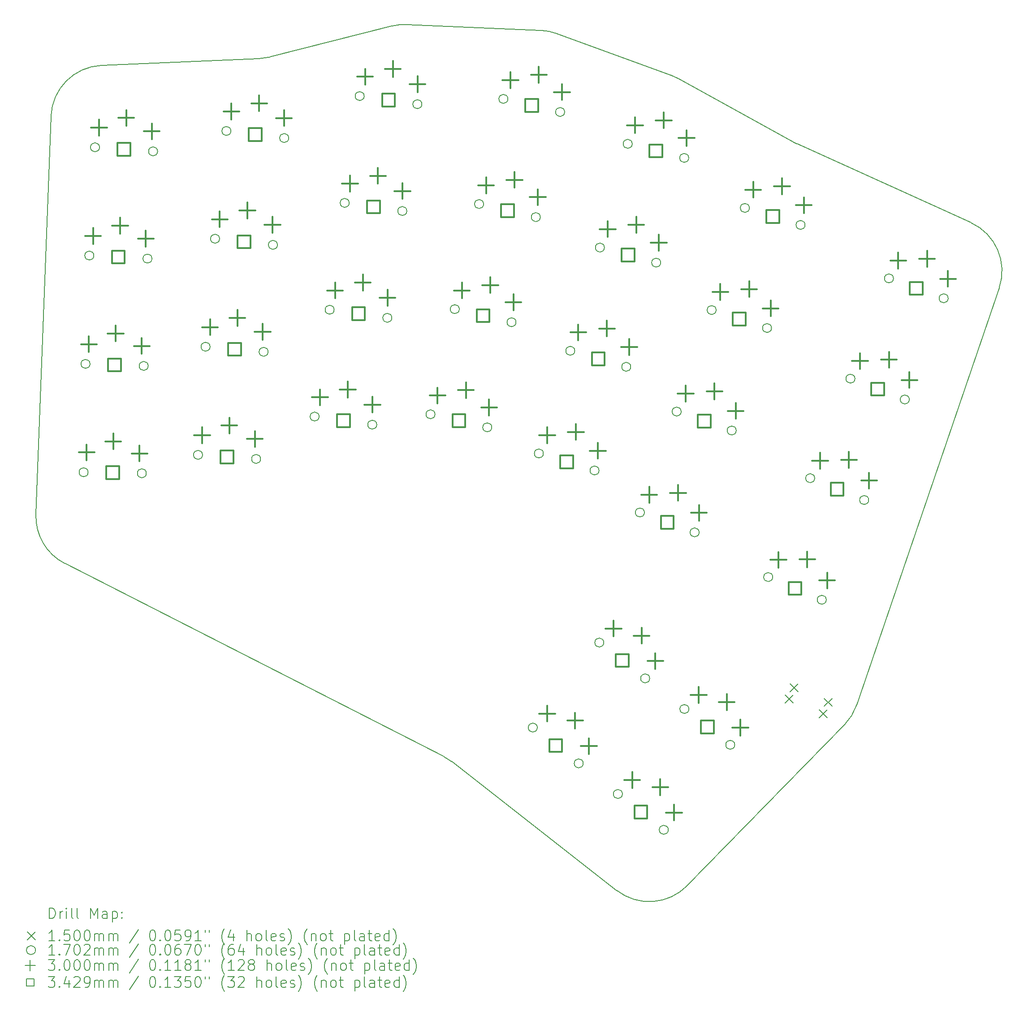
<source format=gbr>
%TF.GenerationSoftware,KiCad,Pcbnew,7.0.7+dfsg-1*%
%TF.CreationDate,2024-02-08T22:23:59-07:00*%
%TF.ProjectId,Keyboard,4b657962-6f61-4726-942e-6b696361645f,v1.0.0*%
%TF.SameCoordinates,Original*%
%TF.FileFunction,Drillmap*%
%TF.FilePolarity,Positive*%
%FSLAX45Y45*%
G04 Gerber Fmt 4.5, Leading zero omitted, Abs format (unit mm)*
G04 Created by KiCad (PCBNEW 7.0.7+dfsg-1) date 2024-02-08 22:23:59*
%MOMM*%
%LPD*%
G01*
G04 APERTURE LIST*
%ADD10C,0.150000*%
%ADD11C,0.200000*%
%ADD12C,0.170180*%
%ADD13C,0.300000*%
%ADD14C,0.342900*%
G04 APERTURE END LIST*
D10*
X19217586Y-17399897D02*
X12062717Y-13751712D01*
X11517677Y-12823084D02*
X11802064Y-5295479D01*
X12758406Y-4334154D02*
X15735322Y-4206191D01*
X15938965Y-4176233D02*
X18238139Y-3591218D01*
X18528459Y-3561295D02*
X21057134Y-3671983D01*
X21356008Y-3731547D02*
X23509840Y-4516997D01*
X23651061Y-4581312D02*
X25826623Y-5784050D01*
X25897643Y-5819705D02*
X29182295Y-7308392D01*
X29715841Y-8542347D02*
X27023094Y-16428456D01*
X26792037Y-16804142D02*
X23821570Y-19844632D01*
X22490613Y-19933821D02*
X19379000Y-17502762D01*
X11517677Y-12823084D02*
G75*
G03*
X12062717Y-13751712I999287J-37752D01*
G01*
X12758406Y-4334154D02*
G75*
G03*
X11802064Y-5295479I42946J-999077D01*
G01*
X15735322Y-4206191D02*
G75*
G03*
X15938965Y-4176233I-42946J999077D01*
G01*
X18528459Y-3561295D02*
G75*
G03*
X18238139Y-3591218I-43731J-999043D01*
G01*
X21356008Y-3731547D02*
G75*
G03*
X21057134Y-3671983I-342605J-939479D01*
G01*
X23651061Y-4581312D02*
G75*
G03*
X23509840Y-4516997I-483826J-875164D01*
G01*
X25826623Y-5784050D02*
G75*
G03*
X25897643Y-5819705I483826J875164D01*
G01*
X29715841Y-8542347D02*
G75*
G03*
X29182295Y-7308392I-946352J323136D01*
G01*
X26792037Y-16804142D02*
G75*
G03*
X27023094Y-16428456I-715295J698822D01*
G01*
X22490613Y-19933821D02*
G75*
G03*
X23821570Y-19844632I615662J788011D01*
G01*
X19379000Y-17502762D02*
G75*
G03*
X19217586Y-17399897I-615662J-788011D01*
G01*
D11*
D10*
X25675237Y-16242147D02*
X25825237Y-16392147D01*
X25825237Y-16242147D02*
X25675237Y-16392147D01*
X25765105Y-16030430D02*
X25915105Y-16180430D01*
X25915105Y-16030430D02*
X25765105Y-16180430D01*
X26319590Y-16515658D02*
X26469590Y-16665658D01*
X26469590Y-16515658D02*
X26319590Y-16665658D01*
X26409458Y-16303942D02*
X26559458Y-16453942D01*
X26559458Y-16303942D02*
X26409458Y-16453942D01*
D12*
X12503817Y-12027433D02*
G75*
G03*
X12503817Y-12027433I-85090J0D01*
G01*
X12539671Y-9978148D02*
G75*
G03*
X12539671Y-9978148I-85090J0D01*
G01*
X12611285Y-7929800D02*
G75*
G03*
X12611285Y-7929800I-85090J0D01*
G01*
X12718636Y-5883015D02*
G75*
G03*
X12718636Y-5883015I-85090J0D01*
G01*
X13603650Y-12046630D02*
G75*
G03*
X13603650Y-12046630I-85090J0D01*
G01*
X13639001Y-10016537D02*
G75*
G03*
X13639001Y-10016537I-85090J0D01*
G01*
X13709777Y-7987370D02*
G75*
G03*
X13709777Y-7987370I-85090J0D01*
G01*
X13815957Y-5959747D02*
G75*
G03*
X13815957Y-5959747I-85090J0D01*
G01*
X14665073Y-11698665D02*
G75*
G03*
X14665073Y-11698665I-85090J0D01*
G01*
X14808129Y-9654065D02*
G75*
G03*
X14808129Y-9654065I-85090J0D01*
G01*
X14986847Y-7612273D02*
G75*
G03*
X14986847Y-7612273I-85090J0D01*
G01*
X15201172Y-5573911D02*
G75*
G03*
X15201172Y-5573911I-85090J0D01*
G01*
X15762394Y-11775398D02*
G75*
G03*
X15762394Y-11775398I-85090J0D01*
G01*
X15903944Y-9749937D02*
G75*
G03*
X15903944Y-9749937I-85090J0D01*
G01*
X16080821Y-7727254D02*
G75*
G03*
X16080821Y-7727254I-85090J0D01*
G01*
X16292973Y-5707967D02*
G75*
G03*
X16292973Y-5707967I-85090J0D01*
G01*
X16867995Y-10974628D02*
G75*
G03*
X16867995Y-10974628I-85090J0D01*
G01*
X17151908Y-8954482D02*
G75*
G03*
X17151908Y-8954482I-85090J0D01*
G01*
X17435821Y-6934335D02*
G75*
G03*
X17435821Y-6934335I-85090J0D01*
G01*
X17719734Y-4914188D02*
G75*
G03*
X17719734Y-4914188I-85090J0D01*
G01*
X17957289Y-11127719D02*
G75*
G03*
X17957289Y-11127719I-85090J0D01*
G01*
X18241203Y-9107572D02*
G75*
G03*
X18241203Y-9107572I-85090J0D01*
G01*
X18525116Y-7087425D02*
G75*
G03*
X18525116Y-7087425I-85090J0D01*
G01*
X18809029Y-5067278D02*
G75*
G03*
X18809029Y-5067278I-85090J0D01*
G01*
X19057469Y-10930984D02*
G75*
G03*
X19057469Y-10930984I-85090J0D01*
G01*
X19516370Y-8943269D02*
G75*
G03*
X19516370Y-8943269I-85090J0D01*
G01*
X19975270Y-6955554D02*
G75*
G03*
X19975270Y-6955554I-85090J0D01*
G01*
X20129276Y-11178430D02*
G75*
G03*
X20129276Y-11178430I-85090J0D01*
G01*
X20434170Y-4967839D02*
G75*
G03*
X20434170Y-4967839I-85090J0D01*
G01*
X20588177Y-9190715D02*
G75*
G03*
X20588177Y-9190715I-85090J0D01*
G01*
X20990247Y-16855050D02*
G75*
G03*
X20990247Y-16855050I-85090J0D01*
G01*
X21047077Y-7203000D02*
G75*
G03*
X21047077Y-7203000I-85090J0D01*
G01*
X21104559Y-11672108D02*
G75*
G03*
X21104559Y-11672108I-85090J0D01*
G01*
X21505977Y-5215285D02*
G75*
G03*
X21505977Y-5215285I-85090J0D01*
G01*
X21698271Y-9730450D02*
G75*
G03*
X21698271Y-9730450I-85090J0D01*
G01*
X21857059Y-17532277D02*
G75*
G03*
X21857059Y-17532277I-85090J0D01*
G01*
X22156495Y-11993717D02*
G75*
G03*
X22156495Y-11993717I-85090J0D01*
G01*
X22246196Y-15247508D02*
G75*
G03*
X22246196Y-15247508I-85090J0D01*
G01*
X22258006Y-7778726D02*
G75*
G03*
X22258006Y-7778726I-85090J0D01*
G01*
X22597789Y-18110999D02*
G75*
G03*
X22597789Y-18110999I-85090J0D01*
G01*
X22755659Y-10033651D02*
G75*
G03*
X22755659Y-10033651I-85090J0D01*
G01*
X22783594Y-5817531D02*
G75*
G03*
X22783594Y-5817531I-85090J0D01*
G01*
X23013470Y-12787806D02*
G75*
G03*
X23013470Y-12787806I-85090J0D01*
G01*
X23113008Y-15924735D02*
G75*
G03*
X23113008Y-15924735I-85090J0D01*
G01*
X23320525Y-8063427D02*
G75*
G03*
X23320525Y-8063427I-85090J0D01*
G01*
X23464600Y-18788227D02*
G75*
G03*
X23464600Y-18788227I-85090J0D01*
G01*
X23707986Y-10879882D02*
G75*
G03*
X23707986Y-10879882I-85090J0D01*
G01*
X23850919Y-6083645D02*
G75*
G03*
X23850919Y-6083645I-85090J0D01*
G01*
X23853738Y-16503457D02*
G75*
G03*
X23853738Y-16503457I-85090J0D01*
G01*
X24047131Y-13164028D02*
G75*
G03*
X24047131Y-13164028I-85090J0D01*
G01*
X24369100Y-8960127D02*
G75*
G03*
X24369100Y-8960127I-85090J0D01*
G01*
X24720550Y-17180685D02*
G75*
G03*
X24720550Y-17180685I-85090J0D01*
G01*
X24748057Y-11238007D02*
G75*
G03*
X24748057Y-11238007I-85090J0D01*
G01*
X24996608Y-7029127D02*
G75*
G03*
X24996608Y-7029127I-85090J0D01*
G01*
X25415262Y-9300046D02*
G75*
G03*
X25415262Y-9300046I-85090J0D01*
G01*
X25437180Y-14008683D02*
G75*
G03*
X25437180Y-14008683I-85090J0D01*
G01*
X26048543Y-7350736D02*
G75*
G03*
X26048543Y-7350736I-85090J0D01*
G01*
X26230598Y-12139721D02*
G75*
G03*
X26230598Y-12139721I-85090J0D01*
G01*
X26449735Y-14438487D02*
G75*
G03*
X26449735Y-14438487I-85090J0D01*
G01*
X26991277Y-10257198D02*
G75*
G03*
X26991277Y-10257198I-85090J0D01*
G01*
X27250500Y-12551789D02*
G75*
G03*
X27250500Y-12551789I-85090J0D01*
G01*
X27718986Y-8361685D02*
G75*
G03*
X27718986Y-8361685I-85090J0D01*
G01*
X28018215Y-10651402D02*
G75*
G03*
X28018215Y-10651402I-85090J0D01*
G01*
X28752648Y-8737907D02*
G75*
G03*
X28752648Y-8737907I-85090J0D01*
G01*
D13*
X12475264Y-11503362D02*
X12475264Y-11803362D01*
X12325264Y-11653362D02*
X12625264Y-11653362D01*
X12517638Y-9455121D02*
X12517638Y-9755121D01*
X12367638Y-9605121D02*
X12667638Y-9605121D01*
X12595752Y-7407931D02*
X12595752Y-7707931D01*
X12445752Y-7557931D02*
X12745752Y-7557931D01*
X12709583Y-5362416D02*
X12709583Y-5662416D01*
X12559583Y-5512416D02*
X12859583Y-5512416D01*
X12979028Y-11292122D02*
X12979028Y-11592122D01*
X12829028Y-11442122D02*
X13129028Y-11442122D01*
X12979028Y-11292122D02*
X12979028Y-11592122D01*
X12829028Y-11442122D02*
X13129028Y-11442122D01*
X13025011Y-9252705D02*
X13025011Y-9552705D01*
X12875011Y-9402705D02*
X13175011Y-9402705D01*
X13025011Y-9252705D02*
X13025011Y-9552705D01*
X12875011Y-9402705D02*
X13175011Y-9402705D01*
X13106581Y-7214400D02*
X13106581Y-7514400D01*
X12956581Y-7364400D02*
X13256581Y-7364400D01*
X13106581Y-7214400D02*
X13106581Y-7514400D01*
X12956581Y-7364400D02*
X13256581Y-7364400D01*
X13223712Y-5177830D02*
X13223712Y-5477830D01*
X13073712Y-5327830D02*
X13373712Y-5327830D01*
X13223712Y-5177830D02*
X13223712Y-5477830D01*
X13073712Y-5327830D02*
X13373712Y-5327830D01*
X13475112Y-11520815D02*
X13475112Y-11820815D01*
X13325112Y-11670815D02*
X13625112Y-11670815D01*
X13517029Y-9490021D02*
X13517029Y-9790021D01*
X13367029Y-9640021D02*
X13667029Y-9640021D01*
X13594382Y-7460267D02*
X13594382Y-7760267D01*
X13444382Y-7610267D02*
X13744382Y-7610267D01*
X13707147Y-5432173D02*
X13707147Y-5732172D01*
X13557147Y-5582173D02*
X13857147Y-5582173D01*
X14656020Y-11178067D02*
X14656020Y-11478067D01*
X14506020Y-11328067D02*
X14806020Y-11328067D01*
X14805533Y-9134850D02*
X14805533Y-9434850D01*
X14655533Y-9284850D02*
X14955533Y-9284850D01*
X14990681Y-7094554D02*
X14990681Y-7394554D01*
X14840681Y-7244554D02*
X15140681Y-7244554D01*
X15170148Y-10993481D02*
X15170148Y-11293481D01*
X15020148Y-11143481D02*
X15320148Y-11143481D01*
X15170148Y-10993481D02*
X15170148Y-11293481D01*
X15020148Y-11143481D02*
X15320148Y-11143481D01*
X15211410Y-5057800D02*
X15211410Y-5357800D01*
X15061410Y-5207800D02*
X15361410Y-5207800D01*
X15322804Y-8959265D02*
X15322804Y-9259265D01*
X15172804Y-9109265D02*
X15472804Y-9109265D01*
X15322804Y-8959265D02*
X15322804Y-9259265D01*
X15172804Y-9109265D02*
X15472804Y-9109265D01*
X15510939Y-6928023D02*
X15510939Y-7228023D01*
X15360939Y-7078023D02*
X15660939Y-7078023D01*
X15510939Y-6928023D02*
X15510939Y-7228023D01*
X15360939Y-7078023D02*
X15660939Y-7078023D01*
X15653584Y-11247823D02*
X15653584Y-11547823D01*
X15503584Y-11397823D02*
X15803584Y-11397823D01*
X15734495Y-4900374D02*
X15734495Y-5200374D01*
X15584495Y-5050374D02*
X15884495Y-5050374D01*
X15734495Y-4900374D02*
X15734495Y-5200374D01*
X15584495Y-5050374D02*
X15884495Y-5050374D01*
X15801727Y-9222006D02*
X15801727Y-9522006D01*
X15651727Y-9372006D02*
X15951727Y-9372006D01*
X15985203Y-7199082D02*
X15985203Y-7499082D01*
X15835203Y-7349082D02*
X16135203Y-7349082D01*
X16203956Y-5179669D02*
X16203956Y-5479669D01*
X16053956Y-5329669D02*
X16353956Y-5329669D01*
X16884608Y-10460237D02*
X16884608Y-10760237D01*
X16734608Y-10610237D02*
X17034608Y-10610237D01*
X17168521Y-8440090D02*
X17168521Y-8740090D01*
X17018521Y-8590090D02*
X17318521Y-8590090D01*
X17410360Y-10311964D02*
X17410360Y-10611964D01*
X17260360Y-10461964D02*
X17560360Y-10461964D01*
X17410360Y-10311964D02*
X17410360Y-10611964D01*
X17260360Y-10461964D02*
X17560360Y-10461964D01*
X17452434Y-6419943D02*
X17452434Y-6719943D01*
X17302434Y-6569943D02*
X17602434Y-6569943D01*
X17694273Y-8291817D02*
X17694273Y-8591817D01*
X17544273Y-8441817D02*
X17844273Y-8441817D01*
X17694273Y-8291817D02*
X17694273Y-8591817D01*
X17544273Y-8441817D02*
X17844273Y-8441817D01*
X17736347Y-4399796D02*
X17736347Y-4699796D01*
X17586347Y-4549796D02*
X17886347Y-4549796D01*
X17874876Y-10599410D02*
X17874876Y-10899410D01*
X17724876Y-10749410D02*
X18024876Y-10749410D01*
X17978186Y-6271670D02*
X17978186Y-6571670D01*
X17828186Y-6421670D02*
X18128186Y-6421670D01*
X17978186Y-6271670D02*
X17978186Y-6571670D01*
X17828186Y-6421670D02*
X18128186Y-6421670D01*
X18158789Y-8579263D02*
X18158789Y-8879263D01*
X18008789Y-8729263D02*
X18308789Y-8729263D01*
X18262099Y-4251524D02*
X18262099Y-4551524D01*
X18112099Y-4401524D02*
X18412099Y-4401524D01*
X18262099Y-4251524D02*
X18262099Y-4551524D01*
X18112099Y-4401524D02*
X18412099Y-4401524D01*
X18442702Y-6559116D02*
X18442702Y-6859116D01*
X18292702Y-6709116D02*
X18592702Y-6709116D01*
X18726615Y-4538969D02*
X18726615Y-4838969D01*
X18576615Y-4688969D02*
X18876615Y-4688969D01*
X19105455Y-10426843D02*
X19105455Y-10726843D01*
X18955455Y-10576843D02*
X19255455Y-10576843D01*
X19564355Y-8439128D02*
X19564355Y-8739128D01*
X19414355Y-8589128D02*
X19714355Y-8589128D01*
X19642129Y-10324957D02*
X19642129Y-10624957D01*
X19492129Y-10474957D02*
X19792129Y-10474957D01*
X19642129Y-10324957D02*
X19642129Y-10624957D01*
X19492129Y-10474957D02*
X19792129Y-10474957D01*
X20023255Y-6451413D02*
X20023255Y-6751413D01*
X19873255Y-6601413D02*
X20173255Y-6601413D01*
X20079825Y-10651794D02*
X20079825Y-10951794D01*
X19929825Y-10801794D02*
X20229825Y-10801794D01*
X20101029Y-8337242D02*
X20101029Y-8637242D01*
X19951029Y-8487242D02*
X20251029Y-8487242D01*
X20101029Y-8337242D02*
X20101029Y-8637242D01*
X19951029Y-8487242D02*
X20251029Y-8487242D01*
X20482155Y-4463698D02*
X20482155Y-4763698D01*
X20332155Y-4613698D02*
X20632155Y-4613698D01*
X20538725Y-8664079D02*
X20538725Y-8964079D01*
X20388725Y-8814079D02*
X20688725Y-8814079D01*
X20559929Y-6349527D02*
X20559929Y-6649527D01*
X20409929Y-6499527D02*
X20709929Y-6499527D01*
X20559929Y-6349527D02*
X20559929Y-6649527D01*
X20409929Y-6499527D02*
X20709929Y-6499527D01*
X20997625Y-6676364D02*
X20997625Y-6976364D01*
X20847625Y-6826364D02*
X21147625Y-6826364D01*
X21018829Y-4361812D02*
X21018829Y-4661812D01*
X20868829Y-4511812D02*
X21168829Y-4511812D01*
X21018829Y-4361812D02*
X21018829Y-4661812D01*
X20868829Y-4511812D02*
X21168829Y-4511812D01*
X21175430Y-16440329D02*
X21175430Y-16740329D01*
X21025430Y-16590329D02*
X21325430Y-16590329D01*
X21176924Y-11178112D02*
X21176924Y-11478112D01*
X21026924Y-11328112D02*
X21326924Y-11328112D01*
X21456525Y-4688649D02*
X21456525Y-4988649D01*
X21306525Y-4838649D02*
X21606525Y-4838649D01*
X21704881Y-16574797D02*
X21704881Y-16874797D01*
X21554881Y-16724797D02*
X21854881Y-16724797D01*
X21704881Y-16574797D02*
X21704881Y-16874797D01*
X21554881Y-16724797D02*
X21854881Y-16724797D01*
X21719398Y-11113911D02*
X21719398Y-11413911D01*
X21569398Y-11263911D02*
X21869398Y-11263911D01*
X21719398Y-11113911D02*
X21719398Y-11413911D01*
X21569398Y-11263911D02*
X21869398Y-11263911D01*
X21764608Y-9233759D02*
X21764608Y-9533759D01*
X21614608Y-9383759D02*
X21914608Y-9383759D01*
X21963441Y-17055990D02*
X21963441Y-17355990D01*
X21813441Y-17205990D02*
X22113441Y-17205990D01*
X22133229Y-11470484D02*
X22133229Y-11770484D01*
X21983229Y-11620484D02*
X22283229Y-11620484D01*
X22305879Y-9160100D02*
X22305879Y-9460100D01*
X22155879Y-9310100D02*
X22455879Y-9310100D01*
X22305879Y-9160100D02*
X22305879Y-9460100D01*
X22155879Y-9310100D02*
X22455879Y-9310100D01*
X22318270Y-7279445D02*
X22318270Y-7579445D01*
X22168270Y-7429445D02*
X22468270Y-7429445D01*
X22431380Y-14832787D02*
X22431380Y-15132787D01*
X22281380Y-14982787D02*
X22581380Y-14982787D01*
X22725870Y-9509396D02*
X22725870Y-9809396D01*
X22575870Y-9659396D02*
X22875870Y-9659396D01*
X22782972Y-17696278D02*
X22782972Y-17996278D01*
X22632972Y-17846278D02*
X22932972Y-17846278D01*
X22837739Y-5315766D02*
X22837739Y-5615766D01*
X22687739Y-5465766D02*
X22987739Y-5465766D01*
X22858173Y-7196351D02*
X22858173Y-7496351D01*
X22708173Y-7346351D02*
X23008173Y-7346351D01*
X22858173Y-7196351D02*
X22858173Y-7496351D01*
X22708173Y-7346351D02*
X23008173Y-7346351D01*
X22960831Y-14967255D02*
X22960831Y-15267255D01*
X22810831Y-15117255D02*
X23110831Y-15117255D01*
X22960831Y-14967255D02*
X22960831Y-15267255D01*
X22810831Y-15117255D02*
X23110831Y-15117255D01*
X23103622Y-12302523D02*
X23103622Y-12602523D01*
X22953622Y-12452523D02*
X23253622Y-12452523D01*
X23219390Y-15448448D02*
X23219390Y-15748448D01*
X23069390Y-15598448D02*
X23369390Y-15598448D01*
X23284195Y-7538264D02*
X23284195Y-7838264D01*
X23134195Y-7688264D02*
X23434195Y-7688264D01*
X23312423Y-17830746D02*
X23312423Y-18130746D01*
X23162423Y-17980746D02*
X23462423Y-17980746D01*
X23312423Y-17830746D02*
X23312423Y-18130746D01*
X23162423Y-17980746D02*
X23462423Y-17980746D01*
X23376110Y-5223262D02*
X23376110Y-5523262D01*
X23226110Y-5373262D02*
X23526110Y-5373262D01*
X23376110Y-5223262D02*
X23376110Y-5523262D01*
X23226110Y-5373262D02*
X23526110Y-5373262D01*
X23570983Y-18311940D02*
X23570983Y-18611940D01*
X23420983Y-18461940D02*
X23720983Y-18461940D01*
X23648712Y-12266800D02*
X23648712Y-12566800D01*
X23498712Y-12416800D02*
X23798712Y-12416800D01*
X23648712Y-12266800D02*
X23648712Y-12566800D01*
X23498712Y-12416800D02*
X23798712Y-12416800D01*
X23792260Y-10391591D02*
X23792260Y-10691591D01*
X23642260Y-10541591D02*
X23942260Y-10541591D01*
X23808035Y-5557688D02*
X23808035Y-5857688D01*
X23658035Y-5707688D02*
X23958035Y-5707688D01*
X24038922Y-16088736D02*
X24038922Y-16388736D01*
X23888922Y-16238736D02*
X24188922Y-16238736D01*
X24043314Y-12644543D02*
X24043314Y-12944543D01*
X23893314Y-12794543D02*
X24193314Y-12794543D01*
X24336645Y-10346361D02*
X24336645Y-10646361D01*
X24186645Y-10496361D02*
X24486645Y-10496361D01*
X24336645Y-10346361D02*
X24336645Y-10646361D01*
X24186645Y-10496361D02*
X24486645Y-10496361D01*
X24447444Y-8468932D02*
X24447444Y-8768932D01*
X24297444Y-8618932D02*
X24597444Y-8618932D01*
X24568373Y-16223204D02*
X24568373Y-16523204D01*
X24418373Y-16373204D02*
X24718373Y-16373204D01*
X24568373Y-16223204D02*
X24568373Y-16523204D01*
X24418373Y-16373204D02*
X24718373Y-16373204D01*
X24737779Y-10717159D02*
X24737779Y-11017159D01*
X24587779Y-10867159D02*
X24887779Y-10867159D01*
X24826932Y-16704398D02*
X24826932Y-17004398D01*
X24676932Y-16854398D02*
X24976932Y-16854398D01*
X24990956Y-8414208D02*
X24990956Y-8714208D01*
X24840956Y-8564208D02*
X25140956Y-8564208D01*
X24990956Y-8414208D02*
X24990956Y-8714208D01*
X24840956Y-8564208D02*
X25140956Y-8564208D01*
X25068972Y-6535131D02*
X25068972Y-6835131D01*
X24918972Y-6685131D02*
X25218972Y-6685131D01*
X25398500Y-8777949D02*
X25398500Y-9077949D01*
X25248500Y-8927949D02*
X25548500Y-8927949D01*
X25544639Y-13533030D02*
X25544639Y-13833030D01*
X25394639Y-13683030D02*
X25694639Y-13683030D01*
X25611446Y-6470930D02*
X25611446Y-6770930D01*
X25461446Y-6620930D02*
X25761446Y-6620930D01*
X25611446Y-6470930D02*
X25611446Y-6770930D01*
X25461446Y-6620930D02*
X25761446Y-6620930D01*
X26025277Y-6827503D02*
X26025277Y-7127503D01*
X25875277Y-6977503D02*
X26175277Y-6977503D01*
X26090852Y-13525885D02*
X26090852Y-13825885D01*
X25940852Y-13675885D02*
X26240852Y-13675885D01*
X26090852Y-13525885D02*
X26090852Y-13825885D01*
X25940852Y-13675885D02*
X26240852Y-13675885D01*
X26332344Y-11660758D02*
X26332344Y-11960758D01*
X26182344Y-11810758D02*
X26482344Y-11810758D01*
X26465144Y-13923761D02*
X26465144Y-14223761D01*
X26315144Y-14073761D02*
X26615144Y-14073761D01*
X26878350Y-11644081D02*
X26878350Y-11944081D01*
X26728350Y-11794081D02*
X27028350Y-11794081D01*
X26878350Y-11644081D02*
X26878350Y-11944081D01*
X26728350Y-11794081D02*
X27028350Y-11794081D01*
X27087254Y-9775023D02*
X27087254Y-10075023D01*
X26937254Y-9925023D02*
X27237254Y-9925023D01*
X27259528Y-12035364D02*
X27259528Y-12335364D01*
X27109528Y-12185364D02*
X27409528Y-12185364D01*
X27632885Y-9748820D02*
X27632885Y-10048820D01*
X27482885Y-9898820D02*
X27782885Y-9898820D01*
X27632885Y-9748820D02*
X27632885Y-10048820D01*
X27482885Y-9898820D02*
X27782885Y-9898820D01*
X27809138Y-7876401D02*
X27809138Y-8176401D01*
X27659138Y-8026401D02*
X27959138Y-8026401D01*
X28020834Y-10133391D02*
X28020834Y-10433391D01*
X27870834Y-10283391D02*
X28170834Y-10283391D01*
X28354229Y-7840679D02*
X28354229Y-8140679D01*
X28204229Y-7990679D02*
X28504229Y-7990679D01*
X28354229Y-7840679D02*
X28354229Y-8140679D01*
X28204229Y-7990679D02*
X28504229Y-7990679D01*
X28748831Y-8218421D02*
X28748831Y-8518421D01*
X28598831Y-8368421D02*
X28898831Y-8368421D01*
D14*
X13089878Y-12158266D02*
X13089878Y-11915797D01*
X12847409Y-11915797D01*
X12847409Y-12158266D01*
X13089878Y-12158266D01*
X13125481Y-10118577D02*
X13125481Y-9876108D01*
X12883012Y-9876108D01*
X12883012Y-10118577D01*
X13125481Y-10118577D01*
X13196676Y-8079820D02*
X13196676Y-7837350D01*
X12954207Y-7837350D01*
X12954207Y-8079820D01*
X13196676Y-8079820D01*
X13303441Y-6042615D02*
X13303441Y-5800146D01*
X13060972Y-5800146D01*
X13060972Y-6042615D01*
X13303441Y-6042615D01*
X15249878Y-11858266D02*
X15249878Y-11615797D01*
X15007409Y-11615797D01*
X15007409Y-11858266D01*
X15249878Y-11858266D01*
X15392181Y-9823236D02*
X15392181Y-9580766D01*
X15149712Y-9580766D01*
X15149712Y-9823236D01*
X15392181Y-9823236D01*
X15569979Y-7790998D02*
X15569979Y-7548529D01*
X15327510Y-7548529D01*
X15327510Y-7790998D01*
X15569979Y-7790998D01*
X15783217Y-5762174D02*
X15783217Y-5519705D01*
X15540748Y-5519705D01*
X15540748Y-5762174D01*
X15783217Y-5762174D01*
X17448787Y-11172408D02*
X17448787Y-10929939D01*
X17206317Y-10929939D01*
X17206317Y-11172408D01*
X17448787Y-11172408D01*
X17732700Y-9152261D02*
X17732700Y-8909792D01*
X17490231Y-8909792D01*
X17490231Y-9152261D01*
X17732700Y-9152261D01*
X18016613Y-7132114D02*
X18016613Y-6889645D01*
X17774144Y-6889645D01*
X17774144Y-7132114D01*
X18016613Y-7132114D01*
X18300526Y-5111968D02*
X18300526Y-4869499D01*
X18058057Y-4869499D01*
X18058057Y-5111968D01*
X18300526Y-5111968D01*
X19629518Y-11175942D02*
X19629518Y-10933473D01*
X19387048Y-10933473D01*
X19387048Y-11175942D01*
X19629518Y-11175942D01*
X20088418Y-9188227D02*
X20088418Y-8945758D01*
X19845949Y-8945758D01*
X19845949Y-9188227D01*
X20088418Y-9188227D01*
X20547318Y-7200512D02*
X20547318Y-6958043D01*
X20304849Y-6958043D01*
X20304849Y-7200512D01*
X20547318Y-7200512D01*
X21006218Y-5212797D02*
X21006218Y-4970328D01*
X20763749Y-4970328D01*
X20763749Y-5212797D01*
X21006218Y-5212797D01*
X21459797Y-17314898D02*
X21459797Y-17072429D01*
X21217328Y-17072429D01*
X21217328Y-17314898D01*
X21459797Y-17314898D01*
X21666672Y-11954147D02*
X21666672Y-11711678D01*
X21424202Y-11711678D01*
X21424202Y-11954147D01*
X21666672Y-11954147D01*
X22263110Y-10003285D02*
X22263110Y-9760816D01*
X22020641Y-9760816D01*
X22020641Y-10003285D01*
X22263110Y-10003285D01*
X22715747Y-15707356D02*
X22715747Y-15464887D01*
X22473277Y-15464887D01*
X22473277Y-15707356D01*
X22715747Y-15707356D01*
X22825410Y-8042311D02*
X22825410Y-7799842D01*
X22582941Y-7799842D01*
X22582941Y-8042311D01*
X22825410Y-8042311D01*
X23067339Y-18570847D02*
X23067339Y-18328378D01*
X22824870Y-18328378D01*
X22824870Y-18570847D01*
X23067339Y-18570847D01*
X23353401Y-6071823D02*
X23353401Y-5829354D01*
X23110932Y-5829354D01*
X23110932Y-6071823D01*
X23353401Y-6071823D01*
X23566445Y-13097152D02*
X23566445Y-12854683D01*
X23323976Y-12854683D01*
X23323976Y-13097152D01*
X23566445Y-13097152D01*
X24264166Y-11180179D02*
X24264166Y-10937710D01*
X24021697Y-10937710D01*
X24021697Y-11180179D01*
X24264166Y-11180179D01*
X24323289Y-16963306D02*
X24323289Y-16720836D01*
X24080819Y-16720836D01*
X24080819Y-16963306D01*
X24323289Y-16963306D01*
X24928325Y-9251321D02*
X24928325Y-9008852D01*
X24685856Y-9008852D01*
X24685856Y-9251321D01*
X24928325Y-9251321D01*
X25558720Y-7311166D02*
X25558720Y-7068697D01*
X25316251Y-7068697D01*
X25316251Y-7311166D01*
X25558720Y-7311166D01*
X25979602Y-14344820D02*
X25979602Y-14102350D01*
X25737133Y-14102350D01*
X25737133Y-14344820D01*
X25979602Y-14344820D01*
X26776693Y-12466990D02*
X26776693Y-12224520D01*
X26534224Y-12224520D01*
X26534224Y-12466990D01*
X26776693Y-12466990D01*
X27540891Y-10575535D02*
X27540891Y-10333065D01*
X27298422Y-10333065D01*
X27298422Y-10575535D01*
X27540891Y-10575535D01*
X28271961Y-8671031D02*
X28271961Y-8428561D01*
X28029492Y-8428561D01*
X28029492Y-8671031D01*
X28271961Y-8671031D01*
D11*
X11770241Y-20464794D02*
X11770241Y-20264794D01*
X11770241Y-20264794D02*
X11817860Y-20264794D01*
X11817860Y-20264794D02*
X11846432Y-20274318D01*
X11846432Y-20274318D02*
X11865479Y-20293365D01*
X11865479Y-20293365D02*
X11875003Y-20312413D01*
X11875003Y-20312413D02*
X11884527Y-20350508D01*
X11884527Y-20350508D02*
X11884527Y-20379079D01*
X11884527Y-20379079D02*
X11875003Y-20417175D01*
X11875003Y-20417175D02*
X11865479Y-20436222D01*
X11865479Y-20436222D02*
X11846432Y-20455270D01*
X11846432Y-20455270D02*
X11817860Y-20464794D01*
X11817860Y-20464794D02*
X11770241Y-20464794D01*
X11970241Y-20464794D02*
X11970241Y-20331460D01*
X11970241Y-20369556D02*
X11979765Y-20350508D01*
X11979765Y-20350508D02*
X11989289Y-20340984D01*
X11989289Y-20340984D02*
X12008336Y-20331460D01*
X12008336Y-20331460D02*
X12027384Y-20331460D01*
X12094051Y-20464794D02*
X12094051Y-20331460D01*
X12094051Y-20264794D02*
X12084527Y-20274318D01*
X12084527Y-20274318D02*
X12094051Y-20283841D01*
X12094051Y-20283841D02*
X12103574Y-20274318D01*
X12103574Y-20274318D02*
X12094051Y-20264794D01*
X12094051Y-20264794D02*
X12094051Y-20283841D01*
X12217860Y-20464794D02*
X12198813Y-20455270D01*
X12198813Y-20455270D02*
X12189289Y-20436222D01*
X12189289Y-20436222D02*
X12189289Y-20264794D01*
X12322622Y-20464794D02*
X12303574Y-20455270D01*
X12303574Y-20455270D02*
X12294051Y-20436222D01*
X12294051Y-20436222D02*
X12294051Y-20264794D01*
X12551194Y-20464794D02*
X12551194Y-20264794D01*
X12551194Y-20264794D02*
X12617860Y-20407651D01*
X12617860Y-20407651D02*
X12684527Y-20264794D01*
X12684527Y-20264794D02*
X12684527Y-20464794D01*
X12865479Y-20464794D02*
X12865479Y-20360032D01*
X12865479Y-20360032D02*
X12855955Y-20340984D01*
X12855955Y-20340984D02*
X12836908Y-20331460D01*
X12836908Y-20331460D02*
X12798813Y-20331460D01*
X12798813Y-20331460D02*
X12779765Y-20340984D01*
X12865479Y-20455270D02*
X12846432Y-20464794D01*
X12846432Y-20464794D02*
X12798813Y-20464794D01*
X12798813Y-20464794D02*
X12779765Y-20455270D01*
X12779765Y-20455270D02*
X12770241Y-20436222D01*
X12770241Y-20436222D02*
X12770241Y-20417175D01*
X12770241Y-20417175D02*
X12779765Y-20398127D01*
X12779765Y-20398127D02*
X12798813Y-20388603D01*
X12798813Y-20388603D02*
X12846432Y-20388603D01*
X12846432Y-20388603D02*
X12865479Y-20379079D01*
X12960717Y-20331460D02*
X12960717Y-20531460D01*
X12960717Y-20340984D02*
X12979765Y-20331460D01*
X12979765Y-20331460D02*
X13017860Y-20331460D01*
X13017860Y-20331460D02*
X13036908Y-20340984D01*
X13036908Y-20340984D02*
X13046432Y-20350508D01*
X13046432Y-20350508D02*
X13055955Y-20369556D01*
X13055955Y-20369556D02*
X13055955Y-20426698D01*
X13055955Y-20426698D02*
X13046432Y-20445746D01*
X13046432Y-20445746D02*
X13036908Y-20455270D01*
X13036908Y-20455270D02*
X13017860Y-20464794D01*
X13017860Y-20464794D02*
X12979765Y-20464794D01*
X12979765Y-20464794D02*
X12960717Y-20455270D01*
X13141670Y-20445746D02*
X13151194Y-20455270D01*
X13151194Y-20455270D02*
X13141670Y-20464794D01*
X13141670Y-20464794D02*
X13132146Y-20455270D01*
X13132146Y-20455270D02*
X13141670Y-20445746D01*
X13141670Y-20445746D02*
X13141670Y-20464794D01*
X13141670Y-20340984D02*
X13151194Y-20350508D01*
X13151194Y-20350508D02*
X13141670Y-20360032D01*
X13141670Y-20360032D02*
X13132146Y-20350508D01*
X13132146Y-20350508D02*
X13141670Y-20340984D01*
X13141670Y-20340984D02*
X13141670Y-20360032D01*
D10*
X11359464Y-20718310D02*
X11509464Y-20868310D01*
X11509464Y-20718310D02*
X11359464Y-20868310D01*
D11*
X11875003Y-20884794D02*
X11760717Y-20884794D01*
X11817860Y-20884794D02*
X11817860Y-20684794D01*
X11817860Y-20684794D02*
X11798813Y-20713365D01*
X11798813Y-20713365D02*
X11779765Y-20732413D01*
X11779765Y-20732413D02*
X11760717Y-20741937D01*
X11960717Y-20865746D02*
X11970241Y-20875270D01*
X11970241Y-20875270D02*
X11960717Y-20884794D01*
X11960717Y-20884794D02*
X11951194Y-20875270D01*
X11951194Y-20875270D02*
X11960717Y-20865746D01*
X11960717Y-20865746D02*
X11960717Y-20884794D01*
X12151194Y-20684794D02*
X12055955Y-20684794D01*
X12055955Y-20684794D02*
X12046432Y-20780032D01*
X12046432Y-20780032D02*
X12055955Y-20770508D01*
X12055955Y-20770508D02*
X12075003Y-20760984D01*
X12075003Y-20760984D02*
X12122622Y-20760984D01*
X12122622Y-20760984D02*
X12141670Y-20770508D01*
X12141670Y-20770508D02*
X12151194Y-20780032D01*
X12151194Y-20780032D02*
X12160717Y-20799079D01*
X12160717Y-20799079D02*
X12160717Y-20846698D01*
X12160717Y-20846698D02*
X12151194Y-20865746D01*
X12151194Y-20865746D02*
X12141670Y-20875270D01*
X12141670Y-20875270D02*
X12122622Y-20884794D01*
X12122622Y-20884794D02*
X12075003Y-20884794D01*
X12075003Y-20884794D02*
X12055955Y-20875270D01*
X12055955Y-20875270D02*
X12046432Y-20865746D01*
X12284527Y-20684794D02*
X12303575Y-20684794D01*
X12303575Y-20684794D02*
X12322622Y-20694318D01*
X12322622Y-20694318D02*
X12332146Y-20703841D01*
X12332146Y-20703841D02*
X12341670Y-20722889D01*
X12341670Y-20722889D02*
X12351194Y-20760984D01*
X12351194Y-20760984D02*
X12351194Y-20808603D01*
X12351194Y-20808603D02*
X12341670Y-20846698D01*
X12341670Y-20846698D02*
X12332146Y-20865746D01*
X12332146Y-20865746D02*
X12322622Y-20875270D01*
X12322622Y-20875270D02*
X12303575Y-20884794D01*
X12303575Y-20884794D02*
X12284527Y-20884794D01*
X12284527Y-20884794D02*
X12265479Y-20875270D01*
X12265479Y-20875270D02*
X12255955Y-20865746D01*
X12255955Y-20865746D02*
X12246432Y-20846698D01*
X12246432Y-20846698D02*
X12236908Y-20808603D01*
X12236908Y-20808603D02*
X12236908Y-20760984D01*
X12236908Y-20760984D02*
X12246432Y-20722889D01*
X12246432Y-20722889D02*
X12255955Y-20703841D01*
X12255955Y-20703841D02*
X12265479Y-20694318D01*
X12265479Y-20694318D02*
X12284527Y-20684794D01*
X12475003Y-20684794D02*
X12494051Y-20684794D01*
X12494051Y-20684794D02*
X12513098Y-20694318D01*
X12513098Y-20694318D02*
X12522622Y-20703841D01*
X12522622Y-20703841D02*
X12532146Y-20722889D01*
X12532146Y-20722889D02*
X12541670Y-20760984D01*
X12541670Y-20760984D02*
X12541670Y-20808603D01*
X12541670Y-20808603D02*
X12532146Y-20846698D01*
X12532146Y-20846698D02*
X12522622Y-20865746D01*
X12522622Y-20865746D02*
X12513098Y-20875270D01*
X12513098Y-20875270D02*
X12494051Y-20884794D01*
X12494051Y-20884794D02*
X12475003Y-20884794D01*
X12475003Y-20884794D02*
X12455955Y-20875270D01*
X12455955Y-20875270D02*
X12446432Y-20865746D01*
X12446432Y-20865746D02*
X12436908Y-20846698D01*
X12436908Y-20846698D02*
X12427384Y-20808603D01*
X12427384Y-20808603D02*
X12427384Y-20760984D01*
X12427384Y-20760984D02*
X12436908Y-20722889D01*
X12436908Y-20722889D02*
X12446432Y-20703841D01*
X12446432Y-20703841D02*
X12455955Y-20694318D01*
X12455955Y-20694318D02*
X12475003Y-20684794D01*
X12627384Y-20884794D02*
X12627384Y-20751460D01*
X12627384Y-20770508D02*
X12636908Y-20760984D01*
X12636908Y-20760984D02*
X12655955Y-20751460D01*
X12655955Y-20751460D02*
X12684527Y-20751460D01*
X12684527Y-20751460D02*
X12703575Y-20760984D01*
X12703575Y-20760984D02*
X12713098Y-20780032D01*
X12713098Y-20780032D02*
X12713098Y-20884794D01*
X12713098Y-20780032D02*
X12722622Y-20760984D01*
X12722622Y-20760984D02*
X12741670Y-20751460D01*
X12741670Y-20751460D02*
X12770241Y-20751460D01*
X12770241Y-20751460D02*
X12789289Y-20760984D01*
X12789289Y-20760984D02*
X12798813Y-20780032D01*
X12798813Y-20780032D02*
X12798813Y-20884794D01*
X12894051Y-20884794D02*
X12894051Y-20751460D01*
X12894051Y-20770508D02*
X12903575Y-20760984D01*
X12903575Y-20760984D02*
X12922622Y-20751460D01*
X12922622Y-20751460D02*
X12951194Y-20751460D01*
X12951194Y-20751460D02*
X12970241Y-20760984D01*
X12970241Y-20760984D02*
X12979765Y-20780032D01*
X12979765Y-20780032D02*
X12979765Y-20884794D01*
X12979765Y-20780032D02*
X12989289Y-20760984D01*
X12989289Y-20760984D02*
X13008336Y-20751460D01*
X13008336Y-20751460D02*
X13036908Y-20751460D01*
X13036908Y-20751460D02*
X13055956Y-20760984D01*
X13055956Y-20760984D02*
X13065479Y-20780032D01*
X13065479Y-20780032D02*
X13065479Y-20884794D01*
X13455956Y-20675270D02*
X13284527Y-20932413D01*
X13713098Y-20684794D02*
X13732146Y-20684794D01*
X13732146Y-20684794D02*
X13751194Y-20694318D01*
X13751194Y-20694318D02*
X13760718Y-20703841D01*
X13760718Y-20703841D02*
X13770241Y-20722889D01*
X13770241Y-20722889D02*
X13779765Y-20760984D01*
X13779765Y-20760984D02*
X13779765Y-20808603D01*
X13779765Y-20808603D02*
X13770241Y-20846698D01*
X13770241Y-20846698D02*
X13760718Y-20865746D01*
X13760718Y-20865746D02*
X13751194Y-20875270D01*
X13751194Y-20875270D02*
X13732146Y-20884794D01*
X13732146Y-20884794D02*
X13713098Y-20884794D01*
X13713098Y-20884794D02*
X13694051Y-20875270D01*
X13694051Y-20875270D02*
X13684527Y-20865746D01*
X13684527Y-20865746D02*
X13675003Y-20846698D01*
X13675003Y-20846698D02*
X13665479Y-20808603D01*
X13665479Y-20808603D02*
X13665479Y-20760984D01*
X13665479Y-20760984D02*
X13675003Y-20722889D01*
X13675003Y-20722889D02*
X13684527Y-20703841D01*
X13684527Y-20703841D02*
X13694051Y-20694318D01*
X13694051Y-20694318D02*
X13713098Y-20684794D01*
X13865479Y-20865746D02*
X13875003Y-20875270D01*
X13875003Y-20875270D02*
X13865479Y-20884794D01*
X13865479Y-20884794D02*
X13855956Y-20875270D01*
X13855956Y-20875270D02*
X13865479Y-20865746D01*
X13865479Y-20865746D02*
X13865479Y-20884794D01*
X13998813Y-20684794D02*
X14017860Y-20684794D01*
X14017860Y-20684794D02*
X14036908Y-20694318D01*
X14036908Y-20694318D02*
X14046432Y-20703841D01*
X14046432Y-20703841D02*
X14055956Y-20722889D01*
X14055956Y-20722889D02*
X14065479Y-20760984D01*
X14065479Y-20760984D02*
X14065479Y-20808603D01*
X14065479Y-20808603D02*
X14055956Y-20846698D01*
X14055956Y-20846698D02*
X14046432Y-20865746D01*
X14046432Y-20865746D02*
X14036908Y-20875270D01*
X14036908Y-20875270D02*
X14017860Y-20884794D01*
X14017860Y-20884794D02*
X13998813Y-20884794D01*
X13998813Y-20884794D02*
X13979765Y-20875270D01*
X13979765Y-20875270D02*
X13970241Y-20865746D01*
X13970241Y-20865746D02*
X13960718Y-20846698D01*
X13960718Y-20846698D02*
X13951194Y-20808603D01*
X13951194Y-20808603D02*
X13951194Y-20760984D01*
X13951194Y-20760984D02*
X13960718Y-20722889D01*
X13960718Y-20722889D02*
X13970241Y-20703841D01*
X13970241Y-20703841D02*
X13979765Y-20694318D01*
X13979765Y-20694318D02*
X13998813Y-20684794D01*
X14246432Y-20684794D02*
X14151194Y-20684794D01*
X14151194Y-20684794D02*
X14141670Y-20780032D01*
X14141670Y-20780032D02*
X14151194Y-20770508D01*
X14151194Y-20770508D02*
X14170241Y-20760984D01*
X14170241Y-20760984D02*
X14217860Y-20760984D01*
X14217860Y-20760984D02*
X14236908Y-20770508D01*
X14236908Y-20770508D02*
X14246432Y-20780032D01*
X14246432Y-20780032D02*
X14255956Y-20799079D01*
X14255956Y-20799079D02*
X14255956Y-20846698D01*
X14255956Y-20846698D02*
X14246432Y-20865746D01*
X14246432Y-20865746D02*
X14236908Y-20875270D01*
X14236908Y-20875270D02*
X14217860Y-20884794D01*
X14217860Y-20884794D02*
X14170241Y-20884794D01*
X14170241Y-20884794D02*
X14151194Y-20875270D01*
X14151194Y-20875270D02*
X14141670Y-20865746D01*
X14351194Y-20884794D02*
X14389289Y-20884794D01*
X14389289Y-20884794D02*
X14408337Y-20875270D01*
X14408337Y-20875270D02*
X14417860Y-20865746D01*
X14417860Y-20865746D02*
X14436908Y-20837175D01*
X14436908Y-20837175D02*
X14446432Y-20799079D01*
X14446432Y-20799079D02*
X14446432Y-20722889D01*
X14446432Y-20722889D02*
X14436908Y-20703841D01*
X14436908Y-20703841D02*
X14427384Y-20694318D01*
X14427384Y-20694318D02*
X14408337Y-20684794D01*
X14408337Y-20684794D02*
X14370241Y-20684794D01*
X14370241Y-20684794D02*
X14351194Y-20694318D01*
X14351194Y-20694318D02*
X14341670Y-20703841D01*
X14341670Y-20703841D02*
X14332146Y-20722889D01*
X14332146Y-20722889D02*
X14332146Y-20770508D01*
X14332146Y-20770508D02*
X14341670Y-20789556D01*
X14341670Y-20789556D02*
X14351194Y-20799079D01*
X14351194Y-20799079D02*
X14370241Y-20808603D01*
X14370241Y-20808603D02*
X14408337Y-20808603D01*
X14408337Y-20808603D02*
X14427384Y-20799079D01*
X14427384Y-20799079D02*
X14436908Y-20789556D01*
X14436908Y-20789556D02*
X14446432Y-20770508D01*
X14636908Y-20884794D02*
X14522622Y-20884794D01*
X14579765Y-20884794D02*
X14579765Y-20684794D01*
X14579765Y-20684794D02*
X14560718Y-20713365D01*
X14560718Y-20713365D02*
X14541670Y-20732413D01*
X14541670Y-20732413D02*
X14522622Y-20741937D01*
X14713099Y-20684794D02*
X14713099Y-20722889D01*
X14789289Y-20684794D02*
X14789289Y-20722889D01*
X15084527Y-20960984D02*
X15075003Y-20951460D01*
X15075003Y-20951460D02*
X15055956Y-20922889D01*
X15055956Y-20922889D02*
X15046432Y-20903841D01*
X15046432Y-20903841D02*
X15036908Y-20875270D01*
X15036908Y-20875270D02*
X15027384Y-20827651D01*
X15027384Y-20827651D02*
X15027384Y-20789556D01*
X15027384Y-20789556D02*
X15036908Y-20741937D01*
X15036908Y-20741937D02*
X15046432Y-20713365D01*
X15046432Y-20713365D02*
X15055956Y-20694318D01*
X15055956Y-20694318D02*
X15075003Y-20665746D01*
X15075003Y-20665746D02*
X15084527Y-20656222D01*
X15246432Y-20751460D02*
X15246432Y-20884794D01*
X15198813Y-20675270D02*
X15151194Y-20818127D01*
X15151194Y-20818127D02*
X15275003Y-20818127D01*
X15503575Y-20884794D02*
X15503575Y-20684794D01*
X15589289Y-20884794D02*
X15589289Y-20780032D01*
X15589289Y-20780032D02*
X15579765Y-20760984D01*
X15579765Y-20760984D02*
X15560718Y-20751460D01*
X15560718Y-20751460D02*
X15532146Y-20751460D01*
X15532146Y-20751460D02*
X15513099Y-20760984D01*
X15513099Y-20760984D02*
X15503575Y-20770508D01*
X15713099Y-20884794D02*
X15694051Y-20875270D01*
X15694051Y-20875270D02*
X15684527Y-20865746D01*
X15684527Y-20865746D02*
X15675003Y-20846698D01*
X15675003Y-20846698D02*
X15675003Y-20789556D01*
X15675003Y-20789556D02*
X15684527Y-20770508D01*
X15684527Y-20770508D02*
X15694051Y-20760984D01*
X15694051Y-20760984D02*
X15713099Y-20751460D01*
X15713099Y-20751460D02*
X15741670Y-20751460D01*
X15741670Y-20751460D02*
X15760718Y-20760984D01*
X15760718Y-20760984D02*
X15770242Y-20770508D01*
X15770242Y-20770508D02*
X15779765Y-20789556D01*
X15779765Y-20789556D02*
X15779765Y-20846698D01*
X15779765Y-20846698D02*
X15770242Y-20865746D01*
X15770242Y-20865746D02*
X15760718Y-20875270D01*
X15760718Y-20875270D02*
X15741670Y-20884794D01*
X15741670Y-20884794D02*
X15713099Y-20884794D01*
X15894051Y-20884794D02*
X15875003Y-20875270D01*
X15875003Y-20875270D02*
X15865480Y-20856222D01*
X15865480Y-20856222D02*
X15865480Y-20684794D01*
X16046432Y-20875270D02*
X16027384Y-20884794D01*
X16027384Y-20884794D02*
X15989289Y-20884794D01*
X15989289Y-20884794D02*
X15970242Y-20875270D01*
X15970242Y-20875270D02*
X15960718Y-20856222D01*
X15960718Y-20856222D02*
X15960718Y-20780032D01*
X15960718Y-20780032D02*
X15970242Y-20760984D01*
X15970242Y-20760984D02*
X15989289Y-20751460D01*
X15989289Y-20751460D02*
X16027384Y-20751460D01*
X16027384Y-20751460D02*
X16046432Y-20760984D01*
X16046432Y-20760984D02*
X16055956Y-20780032D01*
X16055956Y-20780032D02*
X16055956Y-20799079D01*
X16055956Y-20799079D02*
X15960718Y-20818127D01*
X16132146Y-20875270D02*
X16151194Y-20884794D01*
X16151194Y-20884794D02*
X16189289Y-20884794D01*
X16189289Y-20884794D02*
X16208337Y-20875270D01*
X16208337Y-20875270D02*
X16217861Y-20856222D01*
X16217861Y-20856222D02*
X16217861Y-20846698D01*
X16217861Y-20846698D02*
X16208337Y-20827651D01*
X16208337Y-20827651D02*
X16189289Y-20818127D01*
X16189289Y-20818127D02*
X16160718Y-20818127D01*
X16160718Y-20818127D02*
X16141670Y-20808603D01*
X16141670Y-20808603D02*
X16132146Y-20789556D01*
X16132146Y-20789556D02*
X16132146Y-20780032D01*
X16132146Y-20780032D02*
X16141670Y-20760984D01*
X16141670Y-20760984D02*
X16160718Y-20751460D01*
X16160718Y-20751460D02*
X16189289Y-20751460D01*
X16189289Y-20751460D02*
X16208337Y-20760984D01*
X16284527Y-20960984D02*
X16294051Y-20951460D01*
X16294051Y-20951460D02*
X16313099Y-20922889D01*
X16313099Y-20922889D02*
X16322623Y-20903841D01*
X16322623Y-20903841D02*
X16332146Y-20875270D01*
X16332146Y-20875270D02*
X16341670Y-20827651D01*
X16341670Y-20827651D02*
X16341670Y-20789556D01*
X16341670Y-20789556D02*
X16332146Y-20741937D01*
X16332146Y-20741937D02*
X16322623Y-20713365D01*
X16322623Y-20713365D02*
X16313099Y-20694318D01*
X16313099Y-20694318D02*
X16294051Y-20665746D01*
X16294051Y-20665746D02*
X16284527Y-20656222D01*
X16646432Y-20960984D02*
X16636908Y-20951460D01*
X16636908Y-20951460D02*
X16617861Y-20922889D01*
X16617861Y-20922889D02*
X16608337Y-20903841D01*
X16608337Y-20903841D02*
X16598813Y-20875270D01*
X16598813Y-20875270D02*
X16589289Y-20827651D01*
X16589289Y-20827651D02*
X16589289Y-20789556D01*
X16589289Y-20789556D02*
X16598813Y-20741937D01*
X16598813Y-20741937D02*
X16608337Y-20713365D01*
X16608337Y-20713365D02*
X16617861Y-20694318D01*
X16617861Y-20694318D02*
X16636908Y-20665746D01*
X16636908Y-20665746D02*
X16646432Y-20656222D01*
X16722623Y-20751460D02*
X16722623Y-20884794D01*
X16722623Y-20770508D02*
X16732146Y-20760984D01*
X16732146Y-20760984D02*
X16751194Y-20751460D01*
X16751194Y-20751460D02*
X16779766Y-20751460D01*
X16779766Y-20751460D02*
X16798813Y-20760984D01*
X16798813Y-20760984D02*
X16808337Y-20780032D01*
X16808337Y-20780032D02*
X16808337Y-20884794D01*
X16932146Y-20884794D02*
X16913099Y-20875270D01*
X16913099Y-20875270D02*
X16903575Y-20865746D01*
X16903575Y-20865746D02*
X16894051Y-20846698D01*
X16894051Y-20846698D02*
X16894051Y-20789556D01*
X16894051Y-20789556D02*
X16903575Y-20770508D01*
X16903575Y-20770508D02*
X16913099Y-20760984D01*
X16913099Y-20760984D02*
X16932146Y-20751460D01*
X16932146Y-20751460D02*
X16960718Y-20751460D01*
X16960718Y-20751460D02*
X16979766Y-20760984D01*
X16979766Y-20760984D02*
X16989289Y-20770508D01*
X16989289Y-20770508D02*
X16998813Y-20789556D01*
X16998813Y-20789556D02*
X16998813Y-20846698D01*
X16998813Y-20846698D02*
X16989289Y-20865746D01*
X16989289Y-20865746D02*
X16979766Y-20875270D01*
X16979766Y-20875270D02*
X16960718Y-20884794D01*
X16960718Y-20884794D02*
X16932146Y-20884794D01*
X17055956Y-20751460D02*
X17132146Y-20751460D01*
X17084527Y-20684794D02*
X17084527Y-20856222D01*
X17084527Y-20856222D02*
X17094051Y-20875270D01*
X17094051Y-20875270D02*
X17113099Y-20884794D01*
X17113099Y-20884794D02*
X17132146Y-20884794D01*
X17351194Y-20751460D02*
X17351194Y-20951460D01*
X17351194Y-20760984D02*
X17370242Y-20751460D01*
X17370242Y-20751460D02*
X17408337Y-20751460D01*
X17408337Y-20751460D02*
X17427385Y-20760984D01*
X17427385Y-20760984D02*
X17436908Y-20770508D01*
X17436908Y-20770508D02*
X17446432Y-20789556D01*
X17446432Y-20789556D02*
X17446432Y-20846698D01*
X17446432Y-20846698D02*
X17436908Y-20865746D01*
X17436908Y-20865746D02*
X17427385Y-20875270D01*
X17427385Y-20875270D02*
X17408337Y-20884794D01*
X17408337Y-20884794D02*
X17370242Y-20884794D01*
X17370242Y-20884794D02*
X17351194Y-20875270D01*
X17560718Y-20884794D02*
X17541670Y-20875270D01*
X17541670Y-20875270D02*
X17532147Y-20856222D01*
X17532147Y-20856222D02*
X17532147Y-20684794D01*
X17722623Y-20884794D02*
X17722623Y-20780032D01*
X17722623Y-20780032D02*
X17713099Y-20760984D01*
X17713099Y-20760984D02*
X17694051Y-20751460D01*
X17694051Y-20751460D02*
X17655956Y-20751460D01*
X17655956Y-20751460D02*
X17636908Y-20760984D01*
X17722623Y-20875270D02*
X17703575Y-20884794D01*
X17703575Y-20884794D02*
X17655956Y-20884794D01*
X17655956Y-20884794D02*
X17636908Y-20875270D01*
X17636908Y-20875270D02*
X17627385Y-20856222D01*
X17627385Y-20856222D02*
X17627385Y-20837175D01*
X17627385Y-20837175D02*
X17636908Y-20818127D01*
X17636908Y-20818127D02*
X17655956Y-20808603D01*
X17655956Y-20808603D02*
X17703575Y-20808603D01*
X17703575Y-20808603D02*
X17722623Y-20799079D01*
X17789289Y-20751460D02*
X17865480Y-20751460D01*
X17817861Y-20684794D02*
X17817861Y-20856222D01*
X17817861Y-20856222D02*
X17827385Y-20875270D01*
X17827385Y-20875270D02*
X17846432Y-20884794D01*
X17846432Y-20884794D02*
X17865480Y-20884794D01*
X18008337Y-20875270D02*
X17989289Y-20884794D01*
X17989289Y-20884794D02*
X17951194Y-20884794D01*
X17951194Y-20884794D02*
X17932147Y-20875270D01*
X17932147Y-20875270D02*
X17922623Y-20856222D01*
X17922623Y-20856222D02*
X17922623Y-20780032D01*
X17922623Y-20780032D02*
X17932147Y-20760984D01*
X17932147Y-20760984D02*
X17951194Y-20751460D01*
X17951194Y-20751460D02*
X17989289Y-20751460D01*
X17989289Y-20751460D02*
X18008337Y-20760984D01*
X18008337Y-20760984D02*
X18017861Y-20780032D01*
X18017861Y-20780032D02*
X18017861Y-20799079D01*
X18017861Y-20799079D02*
X17922623Y-20818127D01*
X18189289Y-20884794D02*
X18189289Y-20684794D01*
X18189289Y-20875270D02*
X18170242Y-20884794D01*
X18170242Y-20884794D02*
X18132147Y-20884794D01*
X18132147Y-20884794D02*
X18113099Y-20875270D01*
X18113099Y-20875270D02*
X18103575Y-20865746D01*
X18103575Y-20865746D02*
X18094051Y-20846698D01*
X18094051Y-20846698D02*
X18094051Y-20789556D01*
X18094051Y-20789556D02*
X18103575Y-20770508D01*
X18103575Y-20770508D02*
X18113099Y-20760984D01*
X18113099Y-20760984D02*
X18132147Y-20751460D01*
X18132147Y-20751460D02*
X18170242Y-20751460D01*
X18170242Y-20751460D02*
X18189289Y-20760984D01*
X18265480Y-20960984D02*
X18275004Y-20951460D01*
X18275004Y-20951460D02*
X18294051Y-20922889D01*
X18294051Y-20922889D02*
X18303575Y-20903841D01*
X18303575Y-20903841D02*
X18313099Y-20875270D01*
X18313099Y-20875270D02*
X18322623Y-20827651D01*
X18322623Y-20827651D02*
X18322623Y-20789556D01*
X18322623Y-20789556D02*
X18313099Y-20741937D01*
X18313099Y-20741937D02*
X18303575Y-20713365D01*
X18303575Y-20713365D02*
X18294051Y-20694318D01*
X18294051Y-20694318D02*
X18275004Y-20665746D01*
X18275004Y-20665746D02*
X18265480Y-20656222D01*
D12*
X11509464Y-21063310D02*
G75*
G03*
X11509464Y-21063310I-85090J0D01*
G01*
D11*
X11875003Y-21154794D02*
X11760717Y-21154794D01*
X11817860Y-21154794D02*
X11817860Y-20954794D01*
X11817860Y-20954794D02*
X11798813Y-20983365D01*
X11798813Y-20983365D02*
X11779765Y-21002413D01*
X11779765Y-21002413D02*
X11760717Y-21011937D01*
X11960717Y-21135746D02*
X11970241Y-21145270D01*
X11970241Y-21145270D02*
X11960717Y-21154794D01*
X11960717Y-21154794D02*
X11951194Y-21145270D01*
X11951194Y-21145270D02*
X11960717Y-21135746D01*
X11960717Y-21135746D02*
X11960717Y-21154794D01*
X12036908Y-20954794D02*
X12170241Y-20954794D01*
X12170241Y-20954794D02*
X12084527Y-21154794D01*
X12284527Y-20954794D02*
X12303575Y-20954794D01*
X12303575Y-20954794D02*
X12322622Y-20964318D01*
X12322622Y-20964318D02*
X12332146Y-20973841D01*
X12332146Y-20973841D02*
X12341670Y-20992889D01*
X12341670Y-20992889D02*
X12351194Y-21030984D01*
X12351194Y-21030984D02*
X12351194Y-21078603D01*
X12351194Y-21078603D02*
X12341670Y-21116698D01*
X12341670Y-21116698D02*
X12332146Y-21135746D01*
X12332146Y-21135746D02*
X12322622Y-21145270D01*
X12322622Y-21145270D02*
X12303575Y-21154794D01*
X12303575Y-21154794D02*
X12284527Y-21154794D01*
X12284527Y-21154794D02*
X12265479Y-21145270D01*
X12265479Y-21145270D02*
X12255955Y-21135746D01*
X12255955Y-21135746D02*
X12246432Y-21116698D01*
X12246432Y-21116698D02*
X12236908Y-21078603D01*
X12236908Y-21078603D02*
X12236908Y-21030984D01*
X12236908Y-21030984D02*
X12246432Y-20992889D01*
X12246432Y-20992889D02*
X12255955Y-20973841D01*
X12255955Y-20973841D02*
X12265479Y-20964318D01*
X12265479Y-20964318D02*
X12284527Y-20954794D01*
X12427384Y-20973841D02*
X12436908Y-20964318D01*
X12436908Y-20964318D02*
X12455955Y-20954794D01*
X12455955Y-20954794D02*
X12503575Y-20954794D01*
X12503575Y-20954794D02*
X12522622Y-20964318D01*
X12522622Y-20964318D02*
X12532146Y-20973841D01*
X12532146Y-20973841D02*
X12541670Y-20992889D01*
X12541670Y-20992889D02*
X12541670Y-21011937D01*
X12541670Y-21011937D02*
X12532146Y-21040508D01*
X12532146Y-21040508D02*
X12417860Y-21154794D01*
X12417860Y-21154794D02*
X12541670Y-21154794D01*
X12627384Y-21154794D02*
X12627384Y-21021460D01*
X12627384Y-21040508D02*
X12636908Y-21030984D01*
X12636908Y-21030984D02*
X12655955Y-21021460D01*
X12655955Y-21021460D02*
X12684527Y-21021460D01*
X12684527Y-21021460D02*
X12703575Y-21030984D01*
X12703575Y-21030984D02*
X12713098Y-21050032D01*
X12713098Y-21050032D02*
X12713098Y-21154794D01*
X12713098Y-21050032D02*
X12722622Y-21030984D01*
X12722622Y-21030984D02*
X12741670Y-21021460D01*
X12741670Y-21021460D02*
X12770241Y-21021460D01*
X12770241Y-21021460D02*
X12789289Y-21030984D01*
X12789289Y-21030984D02*
X12798813Y-21050032D01*
X12798813Y-21050032D02*
X12798813Y-21154794D01*
X12894051Y-21154794D02*
X12894051Y-21021460D01*
X12894051Y-21040508D02*
X12903575Y-21030984D01*
X12903575Y-21030984D02*
X12922622Y-21021460D01*
X12922622Y-21021460D02*
X12951194Y-21021460D01*
X12951194Y-21021460D02*
X12970241Y-21030984D01*
X12970241Y-21030984D02*
X12979765Y-21050032D01*
X12979765Y-21050032D02*
X12979765Y-21154794D01*
X12979765Y-21050032D02*
X12989289Y-21030984D01*
X12989289Y-21030984D02*
X13008336Y-21021460D01*
X13008336Y-21021460D02*
X13036908Y-21021460D01*
X13036908Y-21021460D02*
X13055956Y-21030984D01*
X13055956Y-21030984D02*
X13065479Y-21050032D01*
X13065479Y-21050032D02*
X13065479Y-21154794D01*
X13455956Y-20945270D02*
X13284527Y-21202413D01*
X13713098Y-20954794D02*
X13732146Y-20954794D01*
X13732146Y-20954794D02*
X13751194Y-20964318D01*
X13751194Y-20964318D02*
X13760718Y-20973841D01*
X13760718Y-20973841D02*
X13770241Y-20992889D01*
X13770241Y-20992889D02*
X13779765Y-21030984D01*
X13779765Y-21030984D02*
X13779765Y-21078603D01*
X13779765Y-21078603D02*
X13770241Y-21116698D01*
X13770241Y-21116698D02*
X13760718Y-21135746D01*
X13760718Y-21135746D02*
X13751194Y-21145270D01*
X13751194Y-21145270D02*
X13732146Y-21154794D01*
X13732146Y-21154794D02*
X13713098Y-21154794D01*
X13713098Y-21154794D02*
X13694051Y-21145270D01*
X13694051Y-21145270D02*
X13684527Y-21135746D01*
X13684527Y-21135746D02*
X13675003Y-21116698D01*
X13675003Y-21116698D02*
X13665479Y-21078603D01*
X13665479Y-21078603D02*
X13665479Y-21030984D01*
X13665479Y-21030984D02*
X13675003Y-20992889D01*
X13675003Y-20992889D02*
X13684527Y-20973841D01*
X13684527Y-20973841D02*
X13694051Y-20964318D01*
X13694051Y-20964318D02*
X13713098Y-20954794D01*
X13865479Y-21135746D02*
X13875003Y-21145270D01*
X13875003Y-21145270D02*
X13865479Y-21154794D01*
X13865479Y-21154794D02*
X13855956Y-21145270D01*
X13855956Y-21145270D02*
X13865479Y-21135746D01*
X13865479Y-21135746D02*
X13865479Y-21154794D01*
X13998813Y-20954794D02*
X14017860Y-20954794D01*
X14017860Y-20954794D02*
X14036908Y-20964318D01*
X14036908Y-20964318D02*
X14046432Y-20973841D01*
X14046432Y-20973841D02*
X14055956Y-20992889D01*
X14055956Y-20992889D02*
X14065479Y-21030984D01*
X14065479Y-21030984D02*
X14065479Y-21078603D01*
X14065479Y-21078603D02*
X14055956Y-21116698D01*
X14055956Y-21116698D02*
X14046432Y-21135746D01*
X14046432Y-21135746D02*
X14036908Y-21145270D01*
X14036908Y-21145270D02*
X14017860Y-21154794D01*
X14017860Y-21154794D02*
X13998813Y-21154794D01*
X13998813Y-21154794D02*
X13979765Y-21145270D01*
X13979765Y-21145270D02*
X13970241Y-21135746D01*
X13970241Y-21135746D02*
X13960718Y-21116698D01*
X13960718Y-21116698D02*
X13951194Y-21078603D01*
X13951194Y-21078603D02*
X13951194Y-21030984D01*
X13951194Y-21030984D02*
X13960718Y-20992889D01*
X13960718Y-20992889D02*
X13970241Y-20973841D01*
X13970241Y-20973841D02*
X13979765Y-20964318D01*
X13979765Y-20964318D02*
X13998813Y-20954794D01*
X14236908Y-20954794D02*
X14198813Y-20954794D01*
X14198813Y-20954794D02*
X14179765Y-20964318D01*
X14179765Y-20964318D02*
X14170241Y-20973841D01*
X14170241Y-20973841D02*
X14151194Y-21002413D01*
X14151194Y-21002413D02*
X14141670Y-21040508D01*
X14141670Y-21040508D02*
X14141670Y-21116698D01*
X14141670Y-21116698D02*
X14151194Y-21135746D01*
X14151194Y-21135746D02*
X14160718Y-21145270D01*
X14160718Y-21145270D02*
X14179765Y-21154794D01*
X14179765Y-21154794D02*
X14217860Y-21154794D01*
X14217860Y-21154794D02*
X14236908Y-21145270D01*
X14236908Y-21145270D02*
X14246432Y-21135746D01*
X14246432Y-21135746D02*
X14255956Y-21116698D01*
X14255956Y-21116698D02*
X14255956Y-21069079D01*
X14255956Y-21069079D02*
X14246432Y-21050032D01*
X14246432Y-21050032D02*
X14236908Y-21040508D01*
X14236908Y-21040508D02*
X14217860Y-21030984D01*
X14217860Y-21030984D02*
X14179765Y-21030984D01*
X14179765Y-21030984D02*
X14160718Y-21040508D01*
X14160718Y-21040508D02*
X14151194Y-21050032D01*
X14151194Y-21050032D02*
X14141670Y-21069079D01*
X14322622Y-20954794D02*
X14455956Y-20954794D01*
X14455956Y-20954794D02*
X14370241Y-21154794D01*
X14570241Y-20954794D02*
X14589289Y-20954794D01*
X14589289Y-20954794D02*
X14608337Y-20964318D01*
X14608337Y-20964318D02*
X14617860Y-20973841D01*
X14617860Y-20973841D02*
X14627384Y-20992889D01*
X14627384Y-20992889D02*
X14636908Y-21030984D01*
X14636908Y-21030984D02*
X14636908Y-21078603D01*
X14636908Y-21078603D02*
X14627384Y-21116698D01*
X14627384Y-21116698D02*
X14617860Y-21135746D01*
X14617860Y-21135746D02*
X14608337Y-21145270D01*
X14608337Y-21145270D02*
X14589289Y-21154794D01*
X14589289Y-21154794D02*
X14570241Y-21154794D01*
X14570241Y-21154794D02*
X14551194Y-21145270D01*
X14551194Y-21145270D02*
X14541670Y-21135746D01*
X14541670Y-21135746D02*
X14532146Y-21116698D01*
X14532146Y-21116698D02*
X14522622Y-21078603D01*
X14522622Y-21078603D02*
X14522622Y-21030984D01*
X14522622Y-21030984D02*
X14532146Y-20992889D01*
X14532146Y-20992889D02*
X14541670Y-20973841D01*
X14541670Y-20973841D02*
X14551194Y-20964318D01*
X14551194Y-20964318D02*
X14570241Y-20954794D01*
X14713099Y-20954794D02*
X14713099Y-20992889D01*
X14789289Y-20954794D02*
X14789289Y-20992889D01*
X15084527Y-21230984D02*
X15075003Y-21221460D01*
X15075003Y-21221460D02*
X15055956Y-21192889D01*
X15055956Y-21192889D02*
X15046432Y-21173841D01*
X15046432Y-21173841D02*
X15036908Y-21145270D01*
X15036908Y-21145270D02*
X15027384Y-21097651D01*
X15027384Y-21097651D02*
X15027384Y-21059556D01*
X15027384Y-21059556D02*
X15036908Y-21011937D01*
X15036908Y-21011937D02*
X15046432Y-20983365D01*
X15046432Y-20983365D02*
X15055956Y-20964318D01*
X15055956Y-20964318D02*
X15075003Y-20935746D01*
X15075003Y-20935746D02*
X15084527Y-20926222D01*
X15246432Y-20954794D02*
X15208337Y-20954794D01*
X15208337Y-20954794D02*
X15189289Y-20964318D01*
X15189289Y-20964318D02*
X15179765Y-20973841D01*
X15179765Y-20973841D02*
X15160718Y-21002413D01*
X15160718Y-21002413D02*
X15151194Y-21040508D01*
X15151194Y-21040508D02*
X15151194Y-21116698D01*
X15151194Y-21116698D02*
X15160718Y-21135746D01*
X15160718Y-21135746D02*
X15170241Y-21145270D01*
X15170241Y-21145270D02*
X15189289Y-21154794D01*
X15189289Y-21154794D02*
X15227384Y-21154794D01*
X15227384Y-21154794D02*
X15246432Y-21145270D01*
X15246432Y-21145270D02*
X15255956Y-21135746D01*
X15255956Y-21135746D02*
X15265480Y-21116698D01*
X15265480Y-21116698D02*
X15265480Y-21069079D01*
X15265480Y-21069079D02*
X15255956Y-21050032D01*
X15255956Y-21050032D02*
X15246432Y-21040508D01*
X15246432Y-21040508D02*
X15227384Y-21030984D01*
X15227384Y-21030984D02*
X15189289Y-21030984D01*
X15189289Y-21030984D02*
X15170241Y-21040508D01*
X15170241Y-21040508D02*
X15160718Y-21050032D01*
X15160718Y-21050032D02*
X15151194Y-21069079D01*
X15436908Y-21021460D02*
X15436908Y-21154794D01*
X15389289Y-20945270D02*
X15341670Y-21088127D01*
X15341670Y-21088127D02*
X15465480Y-21088127D01*
X15694051Y-21154794D02*
X15694051Y-20954794D01*
X15779765Y-21154794D02*
X15779765Y-21050032D01*
X15779765Y-21050032D02*
X15770242Y-21030984D01*
X15770242Y-21030984D02*
X15751194Y-21021460D01*
X15751194Y-21021460D02*
X15722622Y-21021460D01*
X15722622Y-21021460D02*
X15703575Y-21030984D01*
X15703575Y-21030984D02*
X15694051Y-21040508D01*
X15903575Y-21154794D02*
X15884527Y-21145270D01*
X15884527Y-21145270D02*
X15875003Y-21135746D01*
X15875003Y-21135746D02*
X15865480Y-21116698D01*
X15865480Y-21116698D02*
X15865480Y-21059556D01*
X15865480Y-21059556D02*
X15875003Y-21040508D01*
X15875003Y-21040508D02*
X15884527Y-21030984D01*
X15884527Y-21030984D02*
X15903575Y-21021460D01*
X15903575Y-21021460D02*
X15932146Y-21021460D01*
X15932146Y-21021460D02*
X15951194Y-21030984D01*
X15951194Y-21030984D02*
X15960718Y-21040508D01*
X15960718Y-21040508D02*
X15970242Y-21059556D01*
X15970242Y-21059556D02*
X15970242Y-21116698D01*
X15970242Y-21116698D02*
X15960718Y-21135746D01*
X15960718Y-21135746D02*
X15951194Y-21145270D01*
X15951194Y-21145270D02*
X15932146Y-21154794D01*
X15932146Y-21154794D02*
X15903575Y-21154794D01*
X16084527Y-21154794D02*
X16065480Y-21145270D01*
X16065480Y-21145270D02*
X16055956Y-21126222D01*
X16055956Y-21126222D02*
X16055956Y-20954794D01*
X16236908Y-21145270D02*
X16217861Y-21154794D01*
X16217861Y-21154794D02*
X16179765Y-21154794D01*
X16179765Y-21154794D02*
X16160718Y-21145270D01*
X16160718Y-21145270D02*
X16151194Y-21126222D01*
X16151194Y-21126222D02*
X16151194Y-21050032D01*
X16151194Y-21050032D02*
X16160718Y-21030984D01*
X16160718Y-21030984D02*
X16179765Y-21021460D01*
X16179765Y-21021460D02*
X16217861Y-21021460D01*
X16217861Y-21021460D02*
X16236908Y-21030984D01*
X16236908Y-21030984D02*
X16246432Y-21050032D01*
X16246432Y-21050032D02*
X16246432Y-21069079D01*
X16246432Y-21069079D02*
X16151194Y-21088127D01*
X16322623Y-21145270D02*
X16341670Y-21154794D01*
X16341670Y-21154794D02*
X16379765Y-21154794D01*
X16379765Y-21154794D02*
X16398813Y-21145270D01*
X16398813Y-21145270D02*
X16408337Y-21126222D01*
X16408337Y-21126222D02*
X16408337Y-21116698D01*
X16408337Y-21116698D02*
X16398813Y-21097651D01*
X16398813Y-21097651D02*
X16379765Y-21088127D01*
X16379765Y-21088127D02*
X16351194Y-21088127D01*
X16351194Y-21088127D02*
X16332146Y-21078603D01*
X16332146Y-21078603D02*
X16322623Y-21059556D01*
X16322623Y-21059556D02*
X16322623Y-21050032D01*
X16322623Y-21050032D02*
X16332146Y-21030984D01*
X16332146Y-21030984D02*
X16351194Y-21021460D01*
X16351194Y-21021460D02*
X16379765Y-21021460D01*
X16379765Y-21021460D02*
X16398813Y-21030984D01*
X16475004Y-21230984D02*
X16484527Y-21221460D01*
X16484527Y-21221460D02*
X16503575Y-21192889D01*
X16503575Y-21192889D02*
X16513099Y-21173841D01*
X16513099Y-21173841D02*
X16522623Y-21145270D01*
X16522623Y-21145270D02*
X16532146Y-21097651D01*
X16532146Y-21097651D02*
X16532146Y-21059556D01*
X16532146Y-21059556D02*
X16522623Y-21011937D01*
X16522623Y-21011937D02*
X16513099Y-20983365D01*
X16513099Y-20983365D02*
X16503575Y-20964318D01*
X16503575Y-20964318D02*
X16484527Y-20935746D01*
X16484527Y-20935746D02*
X16475004Y-20926222D01*
X16836908Y-21230984D02*
X16827385Y-21221460D01*
X16827385Y-21221460D02*
X16808337Y-21192889D01*
X16808337Y-21192889D02*
X16798813Y-21173841D01*
X16798813Y-21173841D02*
X16789289Y-21145270D01*
X16789289Y-21145270D02*
X16779766Y-21097651D01*
X16779766Y-21097651D02*
X16779766Y-21059556D01*
X16779766Y-21059556D02*
X16789289Y-21011937D01*
X16789289Y-21011937D02*
X16798813Y-20983365D01*
X16798813Y-20983365D02*
X16808337Y-20964318D01*
X16808337Y-20964318D02*
X16827385Y-20935746D01*
X16827385Y-20935746D02*
X16836908Y-20926222D01*
X16913099Y-21021460D02*
X16913099Y-21154794D01*
X16913099Y-21040508D02*
X16922623Y-21030984D01*
X16922623Y-21030984D02*
X16941670Y-21021460D01*
X16941670Y-21021460D02*
X16970242Y-21021460D01*
X16970242Y-21021460D02*
X16989289Y-21030984D01*
X16989289Y-21030984D02*
X16998813Y-21050032D01*
X16998813Y-21050032D02*
X16998813Y-21154794D01*
X17122623Y-21154794D02*
X17103575Y-21145270D01*
X17103575Y-21145270D02*
X17094051Y-21135746D01*
X17094051Y-21135746D02*
X17084527Y-21116698D01*
X17084527Y-21116698D02*
X17084527Y-21059556D01*
X17084527Y-21059556D02*
X17094051Y-21040508D01*
X17094051Y-21040508D02*
X17103575Y-21030984D01*
X17103575Y-21030984D02*
X17122623Y-21021460D01*
X17122623Y-21021460D02*
X17151194Y-21021460D01*
X17151194Y-21021460D02*
X17170242Y-21030984D01*
X17170242Y-21030984D02*
X17179766Y-21040508D01*
X17179766Y-21040508D02*
X17189289Y-21059556D01*
X17189289Y-21059556D02*
X17189289Y-21116698D01*
X17189289Y-21116698D02*
X17179766Y-21135746D01*
X17179766Y-21135746D02*
X17170242Y-21145270D01*
X17170242Y-21145270D02*
X17151194Y-21154794D01*
X17151194Y-21154794D02*
X17122623Y-21154794D01*
X17246432Y-21021460D02*
X17322623Y-21021460D01*
X17275004Y-20954794D02*
X17275004Y-21126222D01*
X17275004Y-21126222D02*
X17284527Y-21145270D01*
X17284527Y-21145270D02*
X17303575Y-21154794D01*
X17303575Y-21154794D02*
X17322623Y-21154794D01*
X17541670Y-21021460D02*
X17541670Y-21221460D01*
X17541670Y-21030984D02*
X17560718Y-21021460D01*
X17560718Y-21021460D02*
X17598813Y-21021460D01*
X17598813Y-21021460D02*
X17617861Y-21030984D01*
X17617861Y-21030984D02*
X17627385Y-21040508D01*
X17627385Y-21040508D02*
X17636908Y-21059556D01*
X17636908Y-21059556D02*
X17636908Y-21116698D01*
X17636908Y-21116698D02*
X17627385Y-21135746D01*
X17627385Y-21135746D02*
X17617861Y-21145270D01*
X17617861Y-21145270D02*
X17598813Y-21154794D01*
X17598813Y-21154794D02*
X17560718Y-21154794D01*
X17560718Y-21154794D02*
X17541670Y-21145270D01*
X17751194Y-21154794D02*
X17732147Y-21145270D01*
X17732147Y-21145270D02*
X17722623Y-21126222D01*
X17722623Y-21126222D02*
X17722623Y-20954794D01*
X17913099Y-21154794D02*
X17913099Y-21050032D01*
X17913099Y-21050032D02*
X17903575Y-21030984D01*
X17903575Y-21030984D02*
X17884528Y-21021460D01*
X17884528Y-21021460D02*
X17846432Y-21021460D01*
X17846432Y-21021460D02*
X17827385Y-21030984D01*
X17913099Y-21145270D02*
X17894051Y-21154794D01*
X17894051Y-21154794D02*
X17846432Y-21154794D01*
X17846432Y-21154794D02*
X17827385Y-21145270D01*
X17827385Y-21145270D02*
X17817861Y-21126222D01*
X17817861Y-21126222D02*
X17817861Y-21107175D01*
X17817861Y-21107175D02*
X17827385Y-21088127D01*
X17827385Y-21088127D02*
X17846432Y-21078603D01*
X17846432Y-21078603D02*
X17894051Y-21078603D01*
X17894051Y-21078603D02*
X17913099Y-21069079D01*
X17979766Y-21021460D02*
X18055956Y-21021460D01*
X18008337Y-20954794D02*
X18008337Y-21126222D01*
X18008337Y-21126222D02*
X18017861Y-21145270D01*
X18017861Y-21145270D02*
X18036908Y-21154794D01*
X18036908Y-21154794D02*
X18055956Y-21154794D01*
X18198813Y-21145270D02*
X18179766Y-21154794D01*
X18179766Y-21154794D02*
X18141670Y-21154794D01*
X18141670Y-21154794D02*
X18122623Y-21145270D01*
X18122623Y-21145270D02*
X18113099Y-21126222D01*
X18113099Y-21126222D02*
X18113099Y-21050032D01*
X18113099Y-21050032D02*
X18122623Y-21030984D01*
X18122623Y-21030984D02*
X18141670Y-21021460D01*
X18141670Y-21021460D02*
X18179766Y-21021460D01*
X18179766Y-21021460D02*
X18198813Y-21030984D01*
X18198813Y-21030984D02*
X18208337Y-21050032D01*
X18208337Y-21050032D02*
X18208337Y-21069079D01*
X18208337Y-21069079D02*
X18113099Y-21088127D01*
X18379766Y-21154794D02*
X18379766Y-20954794D01*
X18379766Y-21145270D02*
X18360718Y-21154794D01*
X18360718Y-21154794D02*
X18322623Y-21154794D01*
X18322623Y-21154794D02*
X18303575Y-21145270D01*
X18303575Y-21145270D02*
X18294051Y-21135746D01*
X18294051Y-21135746D02*
X18284528Y-21116698D01*
X18284528Y-21116698D02*
X18284528Y-21059556D01*
X18284528Y-21059556D02*
X18294051Y-21040508D01*
X18294051Y-21040508D02*
X18303575Y-21030984D01*
X18303575Y-21030984D02*
X18322623Y-21021460D01*
X18322623Y-21021460D02*
X18360718Y-21021460D01*
X18360718Y-21021460D02*
X18379766Y-21030984D01*
X18455956Y-21230984D02*
X18465480Y-21221460D01*
X18465480Y-21221460D02*
X18484528Y-21192889D01*
X18484528Y-21192889D02*
X18494051Y-21173841D01*
X18494051Y-21173841D02*
X18503575Y-21145270D01*
X18503575Y-21145270D02*
X18513099Y-21097651D01*
X18513099Y-21097651D02*
X18513099Y-21059556D01*
X18513099Y-21059556D02*
X18503575Y-21011937D01*
X18503575Y-21011937D02*
X18494051Y-20983365D01*
X18494051Y-20983365D02*
X18484528Y-20964318D01*
X18484528Y-20964318D02*
X18465480Y-20935746D01*
X18465480Y-20935746D02*
X18455956Y-20926222D01*
X11409464Y-21253490D02*
X11409464Y-21453490D01*
X11309464Y-21353490D02*
X11509464Y-21353490D01*
X11751194Y-21244974D02*
X11875003Y-21244974D01*
X11875003Y-21244974D02*
X11808336Y-21321164D01*
X11808336Y-21321164D02*
X11836908Y-21321164D01*
X11836908Y-21321164D02*
X11855955Y-21330688D01*
X11855955Y-21330688D02*
X11865479Y-21340212D01*
X11865479Y-21340212D02*
X11875003Y-21359259D01*
X11875003Y-21359259D02*
X11875003Y-21406878D01*
X11875003Y-21406878D02*
X11865479Y-21425926D01*
X11865479Y-21425926D02*
X11855955Y-21435450D01*
X11855955Y-21435450D02*
X11836908Y-21444974D01*
X11836908Y-21444974D02*
X11779765Y-21444974D01*
X11779765Y-21444974D02*
X11760717Y-21435450D01*
X11760717Y-21435450D02*
X11751194Y-21425926D01*
X11960717Y-21425926D02*
X11970241Y-21435450D01*
X11970241Y-21435450D02*
X11960717Y-21444974D01*
X11960717Y-21444974D02*
X11951194Y-21435450D01*
X11951194Y-21435450D02*
X11960717Y-21425926D01*
X11960717Y-21425926D02*
X11960717Y-21444974D01*
X12094051Y-21244974D02*
X12113098Y-21244974D01*
X12113098Y-21244974D02*
X12132146Y-21254498D01*
X12132146Y-21254498D02*
X12141670Y-21264021D01*
X12141670Y-21264021D02*
X12151194Y-21283069D01*
X12151194Y-21283069D02*
X12160717Y-21321164D01*
X12160717Y-21321164D02*
X12160717Y-21368783D01*
X12160717Y-21368783D02*
X12151194Y-21406878D01*
X12151194Y-21406878D02*
X12141670Y-21425926D01*
X12141670Y-21425926D02*
X12132146Y-21435450D01*
X12132146Y-21435450D02*
X12113098Y-21444974D01*
X12113098Y-21444974D02*
X12094051Y-21444974D01*
X12094051Y-21444974D02*
X12075003Y-21435450D01*
X12075003Y-21435450D02*
X12065479Y-21425926D01*
X12065479Y-21425926D02*
X12055955Y-21406878D01*
X12055955Y-21406878D02*
X12046432Y-21368783D01*
X12046432Y-21368783D02*
X12046432Y-21321164D01*
X12046432Y-21321164D02*
X12055955Y-21283069D01*
X12055955Y-21283069D02*
X12065479Y-21264021D01*
X12065479Y-21264021D02*
X12075003Y-21254498D01*
X12075003Y-21254498D02*
X12094051Y-21244974D01*
X12284527Y-21244974D02*
X12303575Y-21244974D01*
X12303575Y-21244974D02*
X12322622Y-21254498D01*
X12322622Y-21254498D02*
X12332146Y-21264021D01*
X12332146Y-21264021D02*
X12341670Y-21283069D01*
X12341670Y-21283069D02*
X12351194Y-21321164D01*
X12351194Y-21321164D02*
X12351194Y-21368783D01*
X12351194Y-21368783D02*
X12341670Y-21406878D01*
X12341670Y-21406878D02*
X12332146Y-21425926D01*
X12332146Y-21425926D02*
X12322622Y-21435450D01*
X12322622Y-21435450D02*
X12303575Y-21444974D01*
X12303575Y-21444974D02*
X12284527Y-21444974D01*
X12284527Y-21444974D02*
X12265479Y-21435450D01*
X12265479Y-21435450D02*
X12255955Y-21425926D01*
X12255955Y-21425926D02*
X12246432Y-21406878D01*
X12246432Y-21406878D02*
X12236908Y-21368783D01*
X12236908Y-21368783D02*
X12236908Y-21321164D01*
X12236908Y-21321164D02*
X12246432Y-21283069D01*
X12246432Y-21283069D02*
X12255955Y-21264021D01*
X12255955Y-21264021D02*
X12265479Y-21254498D01*
X12265479Y-21254498D02*
X12284527Y-21244974D01*
X12475003Y-21244974D02*
X12494051Y-21244974D01*
X12494051Y-21244974D02*
X12513098Y-21254498D01*
X12513098Y-21254498D02*
X12522622Y-21264021D01*
X12522622Y-21264021D02*
X12532146Y-21283069D01*
X12532146Y-21283069D02*
X12541670Y-21321164D01*
X12541670Y-21321164D02*
X12541670Y-21368783D01*
X12541670Y-21368783D02*
X12532146Y-21406878D01*
X12532146Y-21406878D02*
X12522622Y-21425926D01*
X12522622Y-21425926D02*
X12513098Y-21435450D01*
X12513098Y-21435450D02*
X12494051Y-21444974D01*
X12494051Y-21444974D02*
X12475003Y-21444974D01*
X12475003Y-21444974D02*
X12455955Y-21435450D01*
X12455955Y-21435450D02*
X12446432Y-21425926D01*
X12446432Y-21425926D02*
X12436908Y-21406878D01*
X12436908Y-21406878D02*
X12427384Y-21368783D01*
X12427384Y-21368783D02*
X12427384Y-21321164D01*
X12427384Y-21321164D02*
X12436908Y-21283069D01*
X12436908Y-21283069D02*
X12446432Y-21264021D01*
X12446432Y-21264021D02*
X12455955Y-21254498D01*
X12455955Y-21254498D02*
X12475003Y-21244974D01*
X12627384Y-21444974D02*
X12627384Y-21311640D01*
X12627384Y-21330688D02*
X12636908Y-21321164D01*
X12636908Y-21321164D02*
X12655955Y-21311640D01*
X12655955Y-21311640D02*
X12684527Y-21311640D01*
X12684527Y-21311640D02*
X12703575Y-21321164D01*
X12703575Y-21321164D02*
X12713098Y-21340212D01*
X12713098Y-21340212D02*
X12713098Y-21444974D01*
X12713098Y-21340212D02*
X12722622Y-21321164D01*
X12722622Y-21321164D02*
X12741670Y-21311640D01*
X12741670Y-21311640D02*
X12770241Y-21311640D01*
X12770241Y-21311640D02*
X12789289Y-21321164D01*
X12789289Y-21321164D02*
X12798813Y-21340212D01*
X12798813Y-21340212D02*
X12798813Y-21444974D01*
X12894051Y-21444974D02*
X12894051Y-21311640D01*
X12894051Y-21330688D02*
X12903575Y-21321164D01*
X12903575Y-21321164D02*
X12922622Y-21311640D01*
X12922622Y-21311640D02*
X12951194Y-21311640D01*
X12951194Y-21311640D02*
X12970241Y-21321164D01*
X12970241Y-21321164D02*
X12979765Y-21340212D01*
X12979765Y-21340212D02*
X12979765Y-21444974D01*
X12979765Y-21340212D02*
X12989289Y-21321164D01*
X12989289Y-21321164D02*
X13008336Y-21311640D01*
X13008336Y-21311640D02*
X13036908Y-21311640D01*
X13036908Y-21311640D02*
X13055956Y-21321164D01*
X13055956Y-21321164D02*
X13065479Y-21340212D01*
X13065479Y-21340212D02*
X13065479Y-21444974D01*
X13455956Y-21235450D02*
X13284527Y-21492593D01*
X13713098Y-21244974D02*
X13732146Y-21244974D01*
X13732146Y-21244974D02*
X13751194Y-21254498D01*
X13751194Y-21254498D02*
X13760718Y-21264021D01*
X13760718Y-21264021D02*
X13770241Y-21283069D01*
X13770241Y-21283069D02*
X13779765Y-21321164D01*
X13779765Y-21321164D02*
X13779765Y-21368783D01*
X13779765Y-21368783D02*
X13770241Y-21406878D01*
X13770241Y-21406878D02*
X13760718Y-21425926D01*
X13760718Y-21425926D02*
X13751194Y-21435450D01*
X13751194Y-21435450D02*
X13732146Y-21444974D01*
X13732146Y-21444974D02*
X13713098Y-21444974D01*
X13713098Y-21444974D02*
X13694051Y-21435450D01*
X13694051Y-21435450D02*
X13684527Y-21425926D01*
X13684527Y-21425926D02*
X13675003Y-21406878D01*
X13675003Y-21406878D02*
X13665479Y-21368783D01*
X13665479Y-21368783D02*
X13665479Y-21321164D01*
X13665479Y-21321164D02*
X13675003Y-21283069D01*
X13675003Y-21283069D02*
X13684527Y-21264021D01*
X13684527Y-21264021D02*
X13694051Y-21254498D01*
X13694051Y-21254498D02*
X13713098Y-21244974D01*
X13865479Y-21425926D02*
X13875003Y-21435450D01*
X13875003Y-21435450D02*
X13865479Y-21444974D01*
X13865479Y-21444974D02*
X13855956Y-21435450D01*
X13855956Y-21435450D02*
X13865479Y-21425926D01*
X13865479Y-21425926D02*
X13865479Y-21444974D01*
X14065479Y-21444974D02*
X13951194Y-21444974D01*
X14008337Y-21444974D02*
X14008337Y-21244974D01*
X14008337Y-21244974D02*
X13989289Y-21273545D01*
X13989289Y-21273545D02*
X13970241Y-21292593D01*
X13970241Y-21292593D02*
X13951194Y-21302117D01*
X14255956Y-21444974D02*
X14141670Y-21444974D01*
X14198813Y-21444974D02*
X14198813Y-21244974D01*
X14198813Y-21244974D02*
X14179765Y-21273545D01*
X14179765Y-21273545D02*
X14160718Y-21292593D01*
X14160718Y-21292593D02*
X14141670Y-21302117D01*
X14370241Y-21330688D02*
X14351194Y-21321164D01*
X14351194Y-21321164D02*
X14341670Y-21311640D01*
X14341670Y-21311640D02*
X14332146Y-21292593D01*
X14332146Y-21292593D02*
X14332146Y-21283069D01*
X14332146Y-21283069D02*
X14341670Y-21264021D01*
X14341670Y-21264021D02*
X14351194Y-21254498D01*
X14351194Y-21254498D02*
X14370241Y-21244974D01*
X14370241Y-21244974D02*
X14408337Y-21244974D01*
X14408337Y-21244974D02*
X14427384Y-21254498D01*
X14427384Y-21254498D02*
X14436908Y-21264021D01*
X14436908Y-21264021D02*
X14446432Y-21283069D01*
X14446432Y-21283069D02*
X14446432Y-21292593D01*
X14446432Y-21292593D02*
X14436908Y-21311640D01*
X14436908Y-21311640D02*
X14427384Y-21321164D01*
X14427384Y-21321164D02*
X14408337Y-21330688D01*
X14408337Y-21330688D02*
X14370241Y-21330688D01*
X14370241Y-21330688D02*
X14351194Y-21340212D01*
X14351194Y-21340212D02*
X14341670Y-21349736D01*
X14341670Y-21349736D02*
X14332146Y-21368783D01*
X14332146Y-21368783D02*
X14332146Y-21406878D01*
X14332146Y-21406878D02*
X14341670Y-21425926D01*
X14341670Y-21425926D02*
X14351194Y-21435450D01*
X14351194Y-21435450D02*
X14370241Y-21444974D01*
X14370241Y-21444974D02*
X14408337Y-21444974D01*
X14408337Y-21444974D02*
X14427384Y-21435450D01*
X14427384Y-21435450D02*
X14436908Y-21425926D01*
X14436908Y-21425926D02*
X14446432Y-21406878D01*
X14446432Y-21406878D02*
X14446432Y-21368783D01*
X14446432Y-21368783D02*
X14436908Y-21349736D01*
X14436908Y-21349736D02*
X14427384Y-21340212D01*
X14427384Y-21340212D02*
X14408337Y-21330688D01*
X14636908Y-21444974D02*
X14522622Y-21444974D01*
X14579765Y-21444974D02*
X14579765Y-21244974D01*
X14579765Y-21244974D02*
X14560718Y-21273545D01*
X14560718Y-21273545D02*
X14541670Y-21292593D01*
X14541670Y-21292593D02*
X14522622Y-21302117D01*
X14713099Y-21244974D02*
X14713099Y-21283069D01*
X14789289Y-21244974D02*
X14789289Y-21283069D01*
X15084527Y-21521164D02*
X15075003Y-21511640D01*
X15075003Y-21511640D02*
X15055956Y-21483069D01*
X15055956Y-21483069D02*
X15046432Y-21464021D01*
X15046432Y-21464021D02*
X15036908Y-21435450D01*
X15036908Y-21435450D02*
X15027384Y-21387831D01*
X15027384Y-21387831D02*
X15027384Y-21349736D01*
X15027384Y-21349736D02*
X15036908Y-21302117D01*
X15036908Y-21302117D02*
X15046432Y-21273545D01*
X15046432Y-21273545D02*
X15055956Y-21254498D01*
X15055956Y-21254498D02*
X15075003Y-21225926D01*
X15075003Y-21225926D02*
X15084527Y-21216402D01*
X15265480Y-21444974D02*
X15151194Y-21444974D01*
X15208337Y-21444974D02*
X15208337Y-21244974D01*
X15208337Y-21244974D02*
X15189289Y-21273545D01*
X15189289Y-21273545D02*
X15170241Y-21292593D01*
X15170241Y-21292593D02*
X15151194Y-21302117D01*
X15341670Y-21264021D02*
X15351194Y-21254498D01*
X15351194Y-21254498D02*
X15370241Y-21244974D01*
X15370241Y-21244974D02*
X15417861Y-21244974D01*
X15417861Y-21244974D02*
X15436908Y-21254498D01*
X15436908Y-21254498D02*
X15446432Y-21264021D01*
X15446432Y-21264021D02*
X15455956Y-21283069D01*
X15455956Y-21283069D02*
X15455956Y-21302117D01*
X15455956Y-21302117D02*
X15446432Y-21330688D01*
X15446432Y-21330688D02*
X15332146Y-21444974D01*
X15332146Y-21444974D02*
X15455956Y-21444974D01*
X15570241Y-21330688D02*
X15551194Y-21321164D01*
X15551194Y-21321164D02*
X15541670Y-21311640D01*
X15541670Y-21311640D02*
X15532146Y-21292593D01*
X15532146Y-21292593D02*
X15532146Y-21283069D01*
X15532146Y-21283069D02*
X15541670Y-21264021D01*
X15541670Y-21264021D02*
X15551194Y-21254498D01*
X15551194Y-21254498D02*
X15570241Y-21244974D01*
X15570241Y-21244974D02*
X15608337Y-21244974D01*
X15608337Y-21244974D02*
X15627384Y-21254498D01*
X15627384Y-21254498D02*
X15636908Y-21264021D01*
X15636908Y-21264021D02*
X15646432Y-21283069D01*
X15646432Y-21283069D02*
X15646432Y-21292593D01*
X15646432Y-21292593D02*
X15636908Y-21311640D01*
X15636908Y-21311640D02*
X15627384Y-21321164D01*
X15627384Y-21321164D02*
X15608337Y-21330688D01*
X15608337Y-21330688D02*
X15570241Y-21330688D01*
X15570241Y-21330688D02*
X15551194Y-21340212D01*
X15551194Y-21340212D02*
X15541670Y-21349736D01*
X15541670Y-21349736D02*
X15532146Y-21368783D01*
X15532146Y-21368783D02*
X15532146Y-21406878D01*
X15532146Y-21406878D02*
X15541670Y-21425926D01*
X15541670Y-21425926D02*
X15551194Y-21435450D01*
X15551194Y-21435450D02*
X15570241Y-21444974D01*
X15570241Y-21444974D02*
X15608337Y-21444974D01*
X15608337Y-21444974D02*
X15627384Y-21435450D01*
X15627384Y-21435450D02*
X15636908Y-21425926D01*
X15636908Y-21425926D02*
X15646432Y-21406878D01*
X15646432Y-21406878D02*
X15646432Y-21368783D01*
X15646432Y-21368783D02*
X15636908Y-21349736D01*
X15636908Y-21349736D02*
X15627384Y-21340212D01*
X15627384Y-21340212D02*
X15608337Y-21330688D01*
X15884527Y-21444974D02*
X15884527Y-21244974D01*
X15970242Y-21444974D02*
X15970242Y-21340212D01*
X15970242Y-21340212D02*
X15960718Y-21321164D01*
X15960718Y-21321164D02*
X15941670Y-21311640D01*
X15941670Y-21311640D02*
X15913099Y-21311640D01*
X15913099Y-21311640D02*
X15894051Y-21321164D01*
X15894051Y-21321164D02*
X15884527Y-21330688D01*
X16094051Y-21444974D02*
X16075003Y-21435450D01*
X16075003Y-21435450D02*
X16065480Y-21425926D01*
X16065480Y-21425926D02*
X16055956Y-21406878D01*
X16055956Y-21406878D02*
X16055956Y-21349736D01*
X16055956Y-21349736D02*
X16065480Y-21330688D01*
X16065480Y-21330688D02*
X16075003Y-21321164D01*
X16075003Y-21321164D02*
X16094051Y-21311640D01*
X16094051Y-21311640D02*
X16122623Y-21311640D01*
X16122623Y-21311640D02*
X16141670Y-21321164D01*
X16141670Y-21321164D02*
X16151194Y-21330688D01*
X16151194Y-21330688D02*
X16160718Y-21349736D01*
X16160718Y-21349736D02*
X16160718Y-21406878D01*
X16160718Y-21406878D02*
X16151194Y-21425926D01*
X16151194Y-21425926D02*
X16141670Y-21435450D01*
X16141670Y-21435450D02*
X16122623Y-21444974D01*
X16122623Y-21444974D02*
X16094051Y-21444974D01*
X16275003Y-21444974D02*
X16255956Y-21435450D01*
X16255956Y-21435450D02*
X16246432Y-21416402D01*
X16246432Y-21416402D02*
X16246432Y-21244974D01*
X16427384Y-21435450D02*
X16408337Y-21444974D01*
X16408337Y-21444974D02*
X16370242Y-21444974D01*
X16370242Y-21444974D02*
X16351194Y-21435450D01*
X16351194Y-21435450D02*
X16341670Y-21416402D01*
X16341670Y-21416402D02*
X16341670Y-21340212D01*
X16341670Y-21340212D02*
X16351194Y-21321164D01*
X16351194Y-21321164D02*
X16370242Y-21311640D01*
X16370242Y-21311640D02*
X16408337Y-21311640D01*
X16408337Y-21311640D02*
X16427384Y-21321164D01*
X16427384Y-21321164D02*
X16436908Y-21340212D01*
X16436908Y-21340212D02*
X16436908Y-21359259D01*
X16436908Y-21359259D02*
X16341670Y-21378307D01*
X16513099Y-21435450D02*
X16532146Y-21444974D01*
X16532146Y-21444974D02*
X16570242Y-21444974D01*
X16570242Y-21444974D02*
X16589289Y-21435450D01*
X16589289Y-21435450D02*
X16598813Y-21416402D01*
X16598813Y-21416402D02*
X16598813Y-21406878D01*
X16598813Y-21406878D02*
X16589289Y-21387831D01*
X16589289Y-21387831D02*
X16570242Y-21378307D01*
X16570242Y-21378307D02*
X16541670Y-21378307D01*
X16541670Y-21378307D02*
X16522623Y-21368783D01*
X16522623Y-21368783D02*
X16513099Y-21349736D01*
X16513099Y-21349736D02*
X16513099Y-21340212D01*
X16513099Y-21340212D02*
X16522623Y-21321164D01*
X16522623Y-21321164D02*
X16541670Y-21311640D01*
X16541670Y-21311640D02*
X16570242Y-21311640D01*
X16570242Y-21311640D02*
X16589289Y-21321164D01*
X16665480Y-21521164D02*
X16675004Y-21511640D01*
X16675004Y-21511640D02*
X16694051Y-21483069D01*
X16694051Y-21483069D02*
X16703575Y-21464021D01*
X16703575Y-21464021D02*
X16713099Y-21435450D01*
X16713099Y-21435450D02*
X16722623Y-21387831D01*
X16722623Y-21387831D02*
X16722623Y-21349736D01*
X16722623Y-21349736D02*
X16713099Y-21302117D01*
X16713099Y-21302117D02*
X16703575Y-21273545D01*
X16703575Y-21273545D02*
X16694051Y-21254498D01*
X16694051Y-21254498D02*
X16675004Y-21225926D01*
X16675004Y-21225926D02*
X16665480Y-21216402D01*
X17027385Y-21521164D02*
X17017861Y-21511640D01*
X17017861Y-21511640D02*
X16998813Y-21483069D01*
X16998813Y-21483069D02*
X16989289Y-21464021D01*
X16989289Y-21464021D02*
X16979766Y-21435450D01*
X16979766Y-21435450D02*
X16970242Y-21387831D01*
X16970242Y-21387831D02*
X16970242Y-21349736D01*
X16970242Y-21349736D02*
X16979766Y-21302117D01*
X16979766Y-21302117D02*
X16989289Y-21273545D01*
X16989289Y-21273545D02*
X16998813Y-21254498D01*
X16998813Y-21254498D02*
X17017861Y-21225926D01*
X17017861Y-21225926D02*
X17027385Y-21216402D01*
X17103575Y-21311640D02*
X17103575Y-21444974D01*
X17103575Y-21330688D02*
X17113099Y-21321164D01*
X17113099Y-21321164D02*
X17132146Y-21311640D01*
X17132146Y-21311640D02*
X17160718Y-21311640D01*
X17160718Y-21311640D02*
X17179766Y-21321164D01*
X17179766Y-21321164D02*
X17189289Y-21340212D01*
X17189289Y-21340212D02*
X17189289Y-21444974D01*
X17313099Y-21444974D02*
X17294051Y-21435450D01*
X17294051Y-21435450D02*
X17284527Y-21425926D01*
X17284527Y-21425926D02*
X17275004Y-21406878D01*
X17275004Y-21406878D02*
X17275004Y-21349736D01*
X17275004Y-21349736D02*
X17284527Y-21330688D01*
X17284527Y-21330688D02*
X17294051Y-21321164D01*
X17294051Y-21321164D02*
X17313099Y-21311640D01*
X17313099Y-21311640D02*
X17341670Y-21311640D01*
X17341670Y-21311640D02*
X17360718Y-21321164D01*
X17360718Y-21321164D02*
X17370242Y-21330688D01*
X17370242Y-21330688D02*
X17379766Y-21349736D01*
X17379766Y-21349736D02*
X17379766Y-21406878D01*
X17379766Y-21406878D02*
X17370242Y-21425926D01*
X17370242Y-21425926D02*
X17360718Y-21435450D01*
X17360718Y-21435450D02*
X17341670Y-21444974D01*
X17341670Y-21444974D02*
X17313099Y-21444974D01*
X17436908Y-21311640D02*
X17513099Y-21311640D01*
X17465480Y-21244974D02*
X17465480Y-21416402D01*
X17465480Y-21416402D02*
X17475004Y-21435450D01*
X17475004Y-21435450D02*
X17494051Y-21444974D01*
X17494051Y-21444974D02*
X17513099Y-21444974D01*
X17732147Y-21311640D02*
X17732147Y-21511640D01*
X17732147Y-21321164D02*
X17751194Y-21311640D01*
X17751194Y-21311640D02*
X17789289Y-21311640D01*
X17789289Y-21311640D02*
X17808337Y-21321164D01*
X17808337Y-21321164D02*
X17817861Y-21330688D01*
X17817861Y-21330688D02*
X17827385Y-21349736D01*
X17827385Y-21349736D02*
X17827385Y-21406878D01*
X17827385Y-21406878D02*
X17817861Y-21425926D01*
X17817861Y-21425926D02*
X17808337Y-21435450D01*
X17808337Y-21435450D02*
X17789289Y-21444974D01*
X17789289Y-21444974D02*
X17751194Y-21444974D01*
X17751194Y-21444974D02*
X17732147Y-21435450D01*
X17941670Y-21444974D02*
X17922623Y-21435450D01*
X17922623Y-21435450D02*
X17913099Y-21416402D01*
X17913099Y-21416402D02*
X17913099Y-21244974D01*
X18103575Y-21444974D02*
X18103575Y-21340212D01*
X18103575Y-21340212D02*
X18094051Y-21321164D01*
X18094051Y-21321164D02*
X18075004Y-21311640D01*
X18075004Y-21311640D02*
X18036908Y-21311640D01*
X18036908Y-21311640D02*
X18017861Y-21321164D01*
X18103575Y-21435450D02*
X18084528Y-21444974D01*
X18084528Y-21444974D02*
X18036908Y-21444974D01*
X18036908Y-21444974D02*
X18017861Y-21435450D01*
X18017861Y-21435450D02*
X18008337Y-21416402D01*
X18008337Y-21416402D02*
X18008337Y-21397355D01*
X18008337Y-21397355D02*
X18017861Y-21378307D01*
X18017861Y-21378307D02*
X18036908Y-21368783D01*
X18036908Y-21368783D02*
X18084528Y-21368783D01*
X18084528Y-21368783D02*
X18103575Y-21359259D01*
X18170242Y-21311640D02*
X18246432Y-21311640D01*
X18198813Y-21244974D02*
X18198813Y-21416402D01*
X18198813Y-21416402D02*
X18208337Y-21435450D01*
X18208337Y-21435450D02*
X18227385Y-21444974D01*
X18227385Y-21444974D02*
X18246432Y-21444974D01*
X18389289Y-21435450D02*
X18370242Y-21444974D01*
X18370242Y-21444974D02*
X18332147Y-21444974D01*
X18332147Y-21444974D02*
X18313099Y-21435450D01*
X18313099Y-21435450D02*
X18303575Y-21416402D01*
X18303575Y-21416402D02*
X18303575Y-21340212D01*
X18303575Y-21340212D02*
X18313099Y-21321164D01*
X18313099Y-21321164D02*
X18332147Y-21311640D01*
X18332147Y-21311640D02*
X18370242Y-21311640D01*
X18370242Y-21311640D02*
X18389289Y-21321164D01*
X18389289Y-21321164D02*
X18398813Y-21340212D01*
X18398813Y-21340212D02*
X18398813Y-21359259D01*
X18398813Y-21359259D02*
X18303575Y-21378307D01*
X18570242Y-21444974D02*
X18570242Y-21244974D01*
X18570242Y-21435450D02*
X18551194Y-21444974D01*
X18551194Y-21444974D02*
X18513099Y-21444974D01*
X18513099Y-21444974D02*
X18494051Y-21435450D01*
X18494051Y-21435450D02*
X18484528Y-21425926D01*
X18484528Y-21425926D02*
X18475004Y-21406878D01*
X18475004Y-21406878D02*
X18475004Y-21349736D01*
X18475004Y-21349736D02*
X18484528Y-21330688D01*
X18484528Y-21330688D02*
X18494051Y-21321164D01*
X18494051Y-21321164D02*
X18513099Y-21311640D01*
X18513099Y-21311640D02*
X18551194Y-21311640D01*
X18551194Y-21311640D02*
X18570242Y-21321164D01*
X18646432Y-21521164D02*
X18655956Y-21511640D01*
X18655956Y-21511640D02*
X18675004Y-21483069D01*
X18675004Y-21483069D02*
X18684528Y-21464021D01*
X18684528Y-21464021D02*
X18694051Y-21435450D01*
X18694051Y-21435450D02*
X18703575Y-21387831D01*
X18703575Y-21387831D02*
X18703575Y-21349736D01*
X18703575Y-21349736D02*
X18694051Y-21302117D01*
X18694051Y-21302117D02*
X18684528Y-21273545D01*
X18684528Y-21273545D02*
X18675004Y-21254498D01*
X18675004Y-21254498D02*
X18655956Y-21225926D01*
X18655956Y-21225926D02*
X18646432Y-21216402D01*
X11480176Y-21744201D02*
X11480176Y-21602779D01*
X11338753Y-21602779D01*
X11338753Y-21744201D01*
X11480176Y-21744201D01*
X11751194Y-21564974D02*
X11875003Y-21564974D01*
X11875003Y-21564974D02*
X11808336Y-21641164D01*
X11808336Y-21641164D02*
X11836908Y-21641164D01*
X11836908Y-21641164D02*
X11855955Y-21650688D01*
X11855955Y-21650688D02*
X11865479Y-21660212D01*
X11865479Y-21660212D02*
X11875003Y-21679259D01*
X11875003Y-21679259D02*
X11875003Y-21726878D01*
X11875003Y-21726878D02*
X11865479Y-21745926D01*
X11865479Y-21745926D02*
X11855955Y-21755450D01*
X11855955Y-21755450D02*
X11836908Y-21764974D01*
X11836908Y-21764974D02*
X11779765Y-21764974D01*
X11779765Y-21764974D02*
X11760717Y-21755450D01*
X11760717Y-21755450D02*
X11751194Y-21745926D01*
X11960717Y-21745926D02*
X11970241Y-21755450D01*
X11970241Y-21755450D02*
X11960717Y-21764974D01*
X11960717Y-21764974D02*
X11951194Y-21755450D01*
X11951194Y-21755450D02*
X11960717Y-21745926D01*
X11960717Y-21745926D02*
X11960717Y-21764974D01*
X12141670Y-21631640D02*
X12141670Y-21764974D01*
X12094051Y-21555450D02*
X12046432Y-21698307D01*
X12046432Y-21698307D02*
X12170241Y-21698307D01*
X12236908Y-21584021D02*
X12246432Y-21574498D01*
X12246432Y-21574498D02*
X12265479Y-21564974D01*
X12265479Y-21564974D02*
X12313098Y-21564974D01*
X12313098Y-21564974D02*
X12332146Y-21574498D01*
X12332146Y-21574498D02*
X12341670Y-21584021D01*
X12341670Y-21584021D02*
X12351194Y-21603069D01*
X12351194Y-21603069D02*
X12351194Y-21622117D01*
X12351194Y-21622117D02*
X12341670Y-21650688D01*
X12341670Y-21650688D02*
X12227384Y-21764974D01*
X12227384Y-21764974D02*
X12351194Y-21764974D01*
X12446432Y-21764974D02*
X12484527Y-21764974D01*
X12484527Y-21764974D02*
X12503575Y-21755450D01*
X12503575Y-21755450D02*
X12513098Y-21745926D01*
X12513098Y-21745926D02*
X12532146Y-21717355D01*
X12532146Y-21717355D02*
X12541670Y-21679259D01*
X12541670Y-21679259D02*
X12541670Y-21603069D01*
X12541670Y-21603069D02*
X12532146Y-21584021D01*
X12532146Y-21584021D02*
X12522622Y-21574498D01*
X12522622Y-21574498D02*
X12503575Y-21564974D01*
X12503575Y-21564974D02*
X12465479Y-21564974D01*
X12465479Y-21564974D02*
X12446432Y-21574498D01*
X12446432Y-21574498D02*
X12436908Y-21584021D01*
X12436908Y-21584021D02*
X12427384Y-21603069D01*
X12427384Y-21603069D02*
X12427384Y-21650688D01*
X12427384Y-21650688D02*
X12436908Y-21669736D01*
X12436908Y-21669736D02*
X12446432Y-21679259D01*
X12446432Y-21679259D02*
X12465479Y-21688783D01*
X12465479Y-21688783D02*
X12503575Y-21688783D01*
X12503575Y-21688783D02*
X12522622Y-21679259D01*
X12522622Y-21679259D02*
X12532146Y-21669736D01*
X12532146Y-21669736D02*
X12541670Y-21650688D01*
X12627384Y-21764974D02*
X12627384Y-21631640D01*
X12627384Y-21650688D02*
X12636908Y-21641164D01*
X12636908Y-21641164D02*
X12655955Y-21631640D01*
X12655955Y-21631640D02*
X12684527Y-21631640D01*
X12684527Y-21631640D02*
X12703575Y-21641164D01*
X12703575Y-21641164D02*
X12713098Y-21660212D01*
X12713098Y-21660212D02*
X12713098Y-21764974D01*
X12713098Y-21660212D02*
X12722622Y-21641164D01*
X12722622Y-21641164D02*
X12741670Y-21631640D01*
X12741670Y-21631640D02*
X12770241Y-21631640D01*
X12770241Y-21631640D02*
X12789289Y-21641164D01*
X12789289Y-21641164D02*
X12798813Y-21660212D01*
X12798813Y-21660212D02*
X12798813Y-21764974D01*
X12894051Y-21764974D02*
X12894051Y-21631640D01*
X12894051Y-21650688D02*
X12903575Y-21641164D01*
X12903575Y-21641164D02*
X12922622Y-21631640D01*
X12922622Y-21631640D02*
X12951194Y-21631640D01*
X12951194Y-21631640D02*
X12970241Y-21641164D01*
X12970241Y-21641164D02*
X12979765Y-21660212D01*
X12979765Y-21660212D02*
X12979765Y-21764974D01*
X12979765Y-21660212D02*
X12989289Y-21641164D01*
X12989289Y-21641164D02*
X13008336Y-21631640D01*
X13008336Y-21631640D02*
X13036908Y-21631640D01*
X13036908Y-21631640D02*
X13055956Y-21641164D01*
X13055956Y-21641164D02*
X13065479Y-21660212D01*
X13065479Y-21660212D02*
X13065479Y-21764974D01*
X13455956Y-21555450D02*
X13284527Y-21812593D01*
X13713098Y-21564974D02*
X13732146Y-21564974D01*
X13732146Y-21564974D02*
X13751194Y-21574498D01*
X13751194Y-21574498D02*
X13760718Y-21584021D01*
X13760718Y-21584021D02*
X13770241Y-21603069D01*
X13770241Y-21603069D02*
X13779765Y-21641164D01*
X13779765Y-21641164D02*
X13779765Y-21688783D01*
X13779765Y-21688783D02*
X13770241Y-21726878D01*
X13770241Y-21726878D02*
X13760718Y-21745926D01*
X13760718Y-21745926D02*
X13751194Y-21755450D01*
X13751194Y-21755450D02*
X13732146Y-21764974D01*
X13732146Y-21764974D02*
X13713098Y-21764974D01*
X13713098Y-21764974D02*
X13694051Y-21755450D01*
X13694051Y-21755450D02*
X13684527Y-21745926D01*
X13684527Y-21745926D02*
X13675003Y-21726878D01*
X13675003Y-21726878D02*
X13665479Y-21688783D01*
X13665479Y-21688783D02*
X13665479Y-21641164D01*
X13665479Y-21641164D02*
X13675003Y-21603069D01*
X13675003Y-21603069D02*
X13684527Y-21584021D01*
X13684527Y-21584021D02*
X13694051Y-21574498D01*
X13694051Y-21574498D02*
X13713098Y-21564974D01*
X13865479Y-21745926D02*
X13875003Y-21755450D01*
X13875003Y-21755450D02*
X13865479Y-21764974D01*
X13865479Y-21764974D02*
X13855956Y-21755450D01*
X13855956Y-21755450D02*
X13865479Y-21745926D01*
X13865479Y-21745926D02*
X13865479Y-21764974D01*
X14065479Y-21764974D02*
X13951194Y-21764974D01*
X14008337Y-21764974D02*
X14008337Y-21564974D01*
X14008337Y-21564974D02*
X13989289Y-21593545D01*
X13989289Y-21593545D02*
X13970241Y-21612593D01*
X13970241Y-21612593D02*
X13951194Y-21622117D01*
X14132146Y-21564974D02*
X14255956Y-21564974D01*
X14255956Y-21564974D02*
X14189289Y-21641164D01*
X14189289Y-21641164D02*
X14217860Y-21641164D01*
X14217860Y-21641164D02*
X14236908Y-21650688D01*
X14236908Y-21650688D02*
X14246432Y-21660212D01*
X14246432Y-21660212D02*
X14255956Y-21679259D01*
X14255956Y-21679259D02*
X14255956Y-21726878D01*
X14255956Y-21726878D02*
X14246432Y-21745926D01*
X14246432Y-21745926D02*
X14236908Y-21755450D01*
X14236908Y-21755450D02*
X14217860Y-21764974D01*
X14217860Y-21764974D02*
X14160718Y-21764974D01*
X14160718Y-21764974D02*
X14141670Y-21755450D01*
X14141670Y-21755450D02*
X14132146Y-21745926D01*
X14436908Y-21564974D02*
X14341670Y-21564974D01*
X14341670Y-21564974D02*
X14332146Y-21660212D01*
X14332146Y-21660212D02*
X14341670Y-21650688D01*
X14341670Y-21650688D02*
X14360718Y-21641164D01*
X14360718Y-21641164D02*
X14408337Y-21641164D01*
X14408337Y-21641164D02*
X14427384Y-21650688D01*
X14427384Y-21650688D02*
X14436908Y-21660212D01*
X14436908Y-21660212D02*
X14446432Y-21679259D01*
X14446432Y-21679259D02*
X14446432Y-21726878D01*
X14446432Y-21726878D02*
X14436908Y-21745926D01*
X14436908Y-21745926D02*
X14427384Y-21755450D01*
X14427384Y-21755450D02*
X14408337Y-21764974D01*
X14408337Y-21764974D02*
X14360718Y-21764974D01*
X14360718Y-21764974D02*
X14341670Y-21755450D01*
X14341670Y-21755450D02*
X14332146Y-21745926D01*
X14570241Y-21564974D02*
X14589289Y-21564974D01*
X14589289Y-21564974D02*
X14608337Y-21574498D01*
X14608337Y-21574498D02*
X14617860Y-21584021D01*
X14617860Y-21584021D02*
X14627384Y-21603069D01*
X14627384Y-21603069D02*
X14636908Y-21641164D01*
X14636908Y-21641164D02*
X14636908Y-21688783D01*
X14636908Y-21688783D02*
X14627384Y-21726878D01*
X14627384Y-21726878D02*
X14617860Y-21745926D01*
X14617860Y-21745926D02*
X14608337Y-21755450D01*
X14608337Y-21755450D02*
X14589289Y-21764974D01*
X14589289Y-21764974D02*
X14570241Y-21764974D01*
X14570241Y-21764974D02*
X14551194Y-21755450D01*
X14551194Y-21755450D02*
X14541670Y-21745926D01*
X14541670Y-21745926D02*
X14532146Y-21726878D01*
X14532146Y-21726878D02*
X14522622Y-21688783D01*
X14522622Y-21688783D02*
X14522622Y-21641164D01*
X14522622Y-21641164D02*
X14532146Y-21603069D01*
X14532146Y-21603069D02*
X14541670Y-21584021D01*
X14541670Y-21584021D02*
X14551194Y-21574498D01*
X14551194Y-21574498D02*
X14570241Y-21564974D01*
X14713099Y-21564974D02*
X14713099Y-21603069D01*
X14789289Y-21564974D02*
X14789289Y-21603069D01*
X15084527Y-21841164D02*
X15075003Y-21831640D01*
X15075003Y-21831640D02*
X15055956Y-21803069D01*
X15055956Y-21803069D02*
X15046432Y-21784021D01*
X15046432Y-21784021D02*
X15036908Y-21755450D01*
X15036908Y-21755450D02*
X15027384Y-21707831D01*
X15027384Y-21707831D02*
X15027384Y-21669736D01*
X15027384Y-21669736D02*
X15036908Y-21622117D01*
X15036908Y-21622117D02*
X15046432Y-21593545D01*
X15046432Y-21593545D02*
X15055956Y-21574498D01*
X15055956Y-21574498D02*
X15075003Y-21545926D01*
X15075003Y-21545926D02*
X15084527Y-21536402D01*
X15141670Y-21564974D02*
X15265480Y-21564974D01*
X15265480Y-21564974D02*
X15198813Y-21641164D01*
X15198813Y-21641164D02*
X15227384Y-21641164D01*
X15227384Y-21641164D02*
X15246432Y-21650688D01*
X15246432Y-21650688D02*
X15255956Y-21660212D01*
X15255956Y-21660212D02*
X15265480Y-21679259D01*
X15265480Y-21679259D02*
X15265480Y-21726878D01*
X15265480Y-21726878D02*
X15255956Y-21745926D01*
X15255956Y-21745926D02*
X15246432Y-21755450D01*
X15246432Y-21755450D02*
X15227384Y-21764974D01*
X15227384Y-21764974D02*
X15170241Y-21764974D01*
X15170241Y-21764974D02*
X15151194Y-21755450D01*
X15151194Y-21755450D02*
X15141670Y-21745926D01*
X15341670Y-21584021D02*
X15351194Y-21574498D01*
X15351194Y-21574498D02*
X15370241Y-21564974D01*
X15370241Y-21564974D02*
X15417861Y-21564974D01*
X15417861Y-21564974D02*
X15436908Y-21574498D01*
X15436908Y-21574498D02*
X15446432Y-21584021D01*
X15446432Y-21584021D02*
X15455956Y-21603069D01*
X15455956Y-21603069D02*
X15455956Y-21622117D01*
X15455956Y-21622117D02*
X15446432Y-21650688D01*
X15446432Y-21650688D02*
X15332146Y-21764974D01*
X15332146Y-21764974D02*
X15455956Y-21764974D01*
X15694051Y-21764974D02*
X15694051Y-21564974D01*
X15779765Y-21764974D02*
X15779765Y-21660212D01*
X15779765Y-21660212D02*
X15770242Y-21641164D01*
X15770242Y-21641164D02*
X15751194Y-21631640D01*
X15751194Y-21631640D02*
X15722622Y-21631640D01*
X15722622Y-21631640D02*
X15703575Y-21641164D01*
X15703575Y-21641164D02*
X15694051Y-21650688D01*
X15903575Y-21764974D02*
X15884527Y-21755450D01*
X15884527Y-21755450D02*
X15875003Y-21745926D01*
X15875003Y-21745926D02*
X15865480Y-21726878D01*
X15865480Y-21726878D02*
X15865480Y-21669736D01*
X15865480Y-21669736D02*
X15875003Y-21650688D01*
X15875003Y-21650688D02*
X15884527Y-21641164D01*
X15884527Y-21641164D02*
X15903575Y-21631640D01*
X15903575Y-21631640D02*
X15932146Y-21631640D01*
X15932146Y-21631640D02*
X15951194Y-21641164D01*
X15951194Y-21641164D02*
X15960718Y-21650688D01*
X15960718Y-21650688D02*
X15970242Y-21669736D01*
X15970242Y-21669736D02*
X15970242Y-21726878D01*
X15970242Y-21726878D02*
X15960718Y-21745926D01*
X15960718Y-21745926D02*
X15951194Y-21755450D01*
X15951194Y-21755450D02*
X15932146Y-21764974D01*
X15932146Y-21764974D02*
X15903575Y-21764974D01*
X16084527Y-21764974D02*
X16065480Y-21755450D01*
X16065480Y-21755450D02*
X16055956Y-21736402D01*
X16055956Y-21736402D02*
X16055956Y-21564974D01*
X16236908Y-21755450D02*
X16217861Y-21764974D01*
X16217861Y-21764974D02*
X16179765Y-21764974D01*
X16179765Y-21764974D02*
X16160718Y-21755450D01*
X16160718Y-21755450D02*
X16151194Y-21736402D01*
X16151194Y-21736402D02*
X16151194Y-21660212D01*
X16151194Y-21660212D02*
X16160718Y-21641164D01*
X16160718Y-21641164D02*
X16179765Y-21631640D01*
X16179765Y-21631640D02*
X16217861Y-21631640D01*
X16217861Y-21631640D02*
X16236908Y-21641164D01*
X16236908Y-21641164D02*
X16246432Y-21660212D01*
X16246432Y-21660212D02*
X16246432Y-21679259D01*
X16246432Y-21679259D02*
X16151194Y-21698307D01*
X16322623Y-21755450D02*
X16341670Y-21764974D01*
X16341670Y-21764974D02*
X16379765Y-21764974D01*
X16379765Y-21764974D02*
X16398813Y-21755450D01*
X16398813Y-21755450D02*
X16408337Y-21736402D01*
X16408337Y-21736402D02*
X16408337Y-21726878D01*
X16408337Y-21726878D02*
X16398813Y-21707831D01*
X16398813Y-21707831D02*
X16379765Y-21698307D01*
X16379765Y-21698307D02*
X16351194Y-21698307D01*
X16351194Y-21698307D02*
X16332146Y-21688783D01*
X16332146Y-21688783D02*
X16322623Y-21669736D01*
X16322623Y-21669736D02*
X16322623Y-21660212D01*
X16322623Y-21660212D02*
X16332146Y-21641164D01*
X16332146Y-21641164D02*
X16351194Y-21631640D01*
X16351194Y-21631640D02*
X16379765Y-21631640D01*
X16379765Y-21631640D02*
X16398813Y-21641164D01*
X16475004Y-21841164D02*
X16484527Y-21831640D01*
X16484527Y-21831640D02*
X16503575Y-21803069D01*
X16503575Y-21803069D02*
X16513099Y-21784021D01*
X16513099Y-21784021D02*
X16522623Y-21755450D01*
X16522623Y-21755450D02*
X16532146Y-21707831D01*
X16532146Y-21707831D02*
X16532146Y-21669736D01*
X16532146Y-21669736D02*
X16522623Y-21622117D01*
X16522623Y-21622117D02*
X16513099Y-21593545D01*
X16513099Y-21593545D02*
X16503575Y-21574498D01*
X16503575Y-21574498D02*
X16484527Y-21545926D01*
X16484527Y-21545926D02*
X16475004Y-21536402D01*
X16836908Y-21841164D02*
X16827385Y-21831640D01*
X16827385Y-21831640D02*
X16808337Y-21803069D01*
X16808337Y-21803069D02*
X16798813Y-21784021D01*
X16798813Y-21784021D02*
X16789289Y-21755450D01*
X16789289Y-21755450D02*
X16779766Y-21707831D01*
X16779766Y-21707831D02*
X16779766Y-21669736D01*
X16779766Y-21669736D02*
X16789289Y-21622117D01*
X16789289Y-21622117D02*
X16798813Y-21593545D01*
X16798813Y-21593545D02*
X16808337Y-21574498D01*
X16808337Y-21574498D02*
X16827385Y-21545926D01*
X16827385Y-21545926D02*
X16836908Y-21536402D01*
X16913099Y-21631640D02*
X16913099Y-21764974D01*
X16913099Y-21650688D02*
X16922623Y-21641164D01*
X16922623Y-21641164D02*
X16941670Y-21631640D01*
X16941670Y-21631640D02*
X16970242Y-21631640D01*
X16970242Y-21631640D02*
X16989289Y-21641164D01*
X16989289Y-21641164D02*
X16998813Y-21660212D01*
X16998813Y-21660212D02*
X16998813Y-21764974D01*
X17122623Y-21764974D02*
X17103575Y-21755450D01*
X17103575Y-21755450D02*
X17094051Y-21745926D01*
X17094051Y-21745926D02*
X17084527Y-21726878D01*
X17084527Y-21726878D02*
X17084527Y-21669736D01*
X17084527Y-21669736D02*
X17094051Y-21650688D01*
X17094051Y-21650688D02*
X17103575Y-21641164D01*
X17103575Y-21641164D02*
X17122623Y-21631640D01*
X17122623Y-21631640D02*
X17151194Y-21631640D01*
X17151194Y-21631640D02*
X17170242Y-21641164D01*
X17170242Y-21641164D02*
X17179766Y-21650688D01*
X17179766Y-21650688D02*
X17189289Y-21669736D01*
X17189289Y-21669736D02*
X17189289Y-21726878D01*
X17189289Y-21726878D02*
X17179766Y-21745926D01*
X17179766Y-21745926D02*
X17170242Y-21755450D01*
X17170242Y-21755450D02*
X17151194Y-21764974D01*
X17151194Y-21764974D02*
X17122623Y-21764974D01*
X17246432Y-21631640D02*
X17322623Y-21631640D01*
X17275004Y-21564974D02*
X17275004Y-21736402D01*
X17275004Y-21736402D02*
X17284527Y-21755450D01*
X17284527Y-21755450D02*
X17303575Y-21764974D01*
X17303575Y-21764974D02*
X17322623Y-21764974D01*
X17541670Y-21631640D02*
X17541670Y-21831640D01*
X17541670Y-21641164D02*
X17560718Y-21631640D01*
X17560718Y-21631640D02*
X17598813Y-21631640D01*
X17598813Y-21631640D02*
X17617861Y-21641164D01*
X17617861Y-21641164D02*
X17627385Y-21650688D01*
X17627385Y-21650688D02*
X17636908Y-21669736D01*
X17636908Y-21669736D02*
X17636908Y-21726878D01*
X17636908Y-21726878D02*
X17627385Y-21745926D01*
X17627385Y-21745926D02*
X17617861Y-21755450D01*
X17617861Y-21755450D02*
X17598813Y-21764974D01*
X17598813Y-21764974D02*
X17560718Y-21764974D01*
X17560718Y-21764974D02*
X17541670Y-21755450D01*
X17751194Y-21764974D02*
X17732147Y-21755450D01*
X17732147Y-21755450D02*
X17722623Y-21736402D01*
X17722623Y-21736402D02*
X17722623Y-21564974D01*
X17913099Y-21764974D02*
X17913099Y-21660212D01*
X17913099Y-21660212D02*
X17903575Y-21641164D01*
X17903575Y-21641164D02*
X17884528Y-21631640D01*
X17884528Y-21631640D02*
X17846432Y-21631640D01*
X17846432Y-21631640D02*
X17827385Y-21641164D01*
X17913099Y-21755450D02*
X17894051Y-21764974D01*
X17894051Y-21764974D02*
X17846432Y-21764974D01*
X17846432Y-21764974D02*
X17827385Y-21755450D01*
X17827385Y-21755450D02*
X17817861Y-21736402D01*
X17817861Y-21736402D02*
X17817861Y-21717355D01*
X17817861Y-21717355D02*
X17827385Y-21698307D01*
X17827385Y-21698307D02*
X17846432Y-21688783D01*
X17846432Y-21688783D02*
X17894051Y-21688783D01*
X17894051Y-21688783D02*
X17913099Y-21679259D01*
X17979766Y-21631640D02*
X18055956Y-21631640D01*
X18008337Y-21564974D02*
X18008337Y-21736402D01*
X18008337Y-21736402D02*
X18017861Y-21755450D01*
X18017861Y-21755450D02*
X18036908Y-21764974D01*
X18036908Y-21764974D02*
X18055956Y-21764974D01*
X18198813Y-21755450D02*
X18179766Y-21764974D01*
X18179766Y-21764974D02*
X18141670Y-21764974D01*
X18141670Y-21764974D02*
X18122623Y-21755450D01*
X18122623Y-21755450D02*
X18113099Y-21736402D01*
X18113099Y-21736402D02*
X18113099Y-21660212D01*
X18113099Y-21660212D02*
X18122623Y-21641164D01*
X18122623Y-21641164D02*
X18141670Y-21631640D01*
X18141670Y-21631640D02*
X18179766Y-21631640D01*
X18179766Y-21631640D02*
X18198813Y-21641164D01*
X18198813Y-21641164D02*
X18208337Y-21660212D01*
X18208337Y-21660212D02*
X18208337Y-21679259D01*
X18208337Y-21679259D02*
X18113099Y-21698307D01*
X18379766Y-21764974D02*
X18379766Y-21564974D01*
X18379766Y-21755450D02*
X18360718Y-21764974D01*
X18360718Y-21764974D02*
X18322623Y-21764974D01*
X18322623Y-21764974D02*
X18303575Y-21755450D01*
X18303575Y-21755450D02*
X18294051Y-21745926D01*
X18294051Y-21745926D02*
X18284528Y-21726878D01*
X18284528Y-21726878D02*
X18284528Y-21669736D01*
X18284528Y-21669736D02*
X18294051Y-21650688D01*
X18294051Y-21650688D02*
X18303575Y-21641164D01*
X18303575Y-21641164D02*
X18322623Y-21631640D01*
X18322623Y-21631640D02*
X18360718Y-21631640D01*
X18360718Y-21631640D02*
X18379766Y-21641164D01*
X18455956Y-21841164D02*
X18465480Y-21831640D01*
X18465480Y-21831640D02*
X18484528Y-21803069D01*
X18484528Y-21803069D02*
X18494051Y-21784021D01*
X18494051Y-21784021D02*
X18503575Y-21755450D01*
X18503575Y-21755450D02*
X18513099Y-21707831D01*
X18513099Y-21707831D02*
X18513099Y-21669736D01*
X18513099Y-21669736D02*
X18503575Y-21622117D01*
X18503575Y-21622117D02*
X18494051Y-21593545D01*
X18494051Y-21593545D02*
X18484528Y-21574498D01*
X18484528Y-21574498D02*
X18465480Y-21545926D01*
X18465480Y-21545926D02*
X18455956Y-21536402D01*
M02*

</source>
